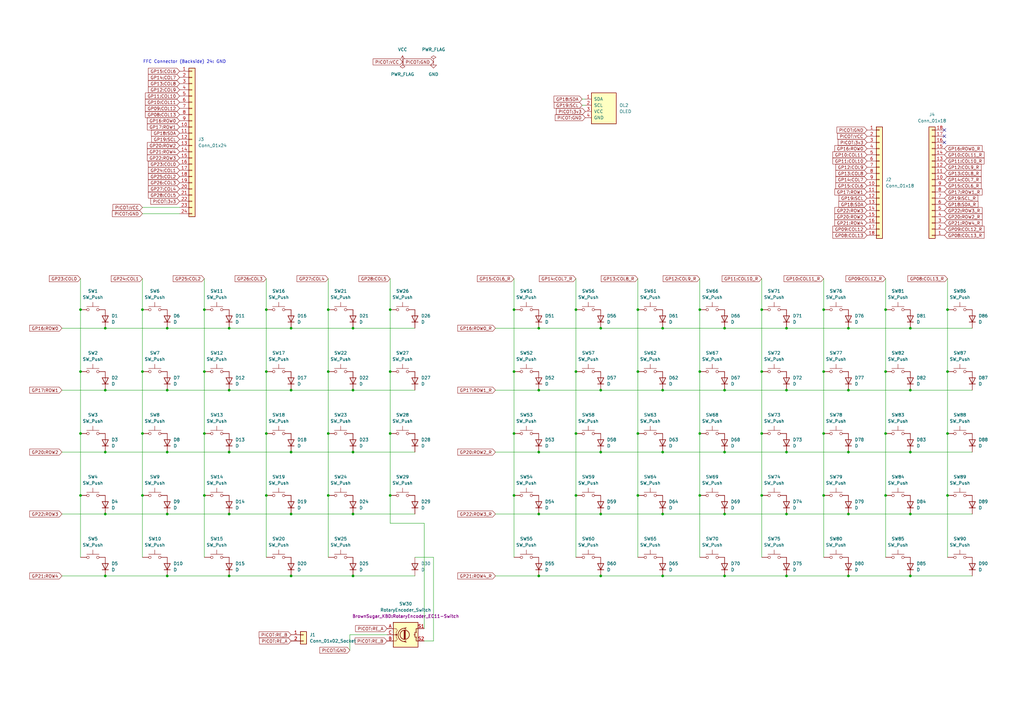
<source format=kicad_sch>
(kicad_sch (version 20250114) (generator "eeschema") (generator_version "9.0")
  (paper "A3")
  (text "FFC Connector (Backside) 24: GND" (at 75.692 25.4 0) (effects (font (size 1.27 1.27))))
  (junction (at 347.98 236.22))
  (junction (at 297.18 236.22))
  (junction (at 33.02 152.4))
  (junction (at 373.38 134.62))
  (junction (at 220.98 236.22))
  (junction (at 109.22 152.4))
  (junction (at 347.98 210.82))
  (junction (at 160.02 152.4))
  (junction (at 83.82 177.8))
  (junction (at 297.18 134.62))
  (junction (at 271.78 236.22))
  (junction (at 58.42 152.4))
  (junction (at 388.62 177.8))
  (junction (at 220.98 134.62))
  (junction (at 144.78 160.02))
  (junction (at 144.78 185.42))
  (junction (at 144.78 134.62))
  (junction (at 363.22 152.4))
  (junction (at 134.62 177.8))
  (junction (at 337.82 203.2))
  (junction (at 347.98 134.62))
  (junction (at 109.22 177.8))
  (junction (at 33.02 203.2))
  (junction (at 160.02 177.8))
  (junction (at 363.22 127))
  (junction (at 210.82 152.4))
  (junction (at 210.82 177.8))
  (junction (at 297.18 210.82))
  (junction (at 337.82 177.8))
  (junction (at 119.38 236.22))
  (junction (at 83.82 152.4))
  (junction (at 236.22 203.2))
  (junction (at 68.58 210.82))
  (junction (at 33.02 177.8))
  (junction (at 33.02 127))
  (junction (at 220.98 160.02))
  (junction (at 93.98 236.22))
  (junction (at 93.98 210.82))
  (junction (at 109.22 127))
  (junction (at 83.82 203.2))
  (junction (at 43.18 160.02))
  (junction (at 347.98 185.42))
  (junction (at 58.42 177.8))
  (junction (at 220.98 185.42))
  (junction (at 347.98 160.02))
  (junction (at 93.98 160.02))
  (junction (at 337.82 127))
  (junction (at 312.42 127))
  (junction (at 134.62 152.4))
  (junction (at 271.78 210.82))
  (junction (at 119.38 185.42))
  (junction (at 160.02 127))
  (junction (at 43.18 210.82))
  (junction (at 119.38 134.62))
  (junction (at 312.42 203.2))
  (junction (at 322.58 134.62))
  (junction (at 373.38 210.82))
  (junction (at 373.38 185.42))
  (junction (at 93.98 185.42))
  (junction (at 246.38 160.02))
  (junction (at 134.62 203.2))
  (junction (at 210.82 127))
  (junction (at 261.62 203.2))
  (junction (at 246.38 185.42))
  (junction (at 144.78 210.82))
  (junction (at 109.22 203.2))
  (junction (at 363.22 177.8))
  (junction (at 220.98 210.82))
  (junction (at 68.58 160.02))
  (junction (at 261.62 127))
  (junction (at 271.78 160.02))
  (junction (at 322.58 236.22))
  (junction (at 363.22 203.2))
  (junction (at 373.38 160.02))
  (junction (at 388.62 203.2))
  (junction (at 144.78 236.22))
  (junction (at 388.62 152.4))
  (junction (at 388.62 127))
  (junction (at 210.82 203.2))
  (junction (at 68.58 185.42))
  (junction (at 83.82 127))
  (junction (at 271.78 185.42))
  (junction (at 58.42 127))
  (junction (at 68.58 134.62))
  (junction (at 312.42 152.4))
  (junction (at 43.18 236.22))
  (junction (at 271.78 134.62))
  (junction (at 287.02 127))
  (junction (at 373.38 236.22))
  (junction (at 160.02 203.2))
  (junction (at 287.02 152.4))
  (junction (at 119.38 210.82))
  (junction (at 287.02 177.8))
  (junction (at 58.42 203.2))
  (junction (at 322.58 210.82))
  (junction (at 43.18 134.62))
  (junction (at 246.38 210.82))
  (junction (at 312.42 177.8))
  (junction (at 261.62 152.4))
  (junction (at 236.22 127))
  (junction (at 119.38 160.02))
  (junction (at 261.62 177.8))
  (junction (at 297.18 185.42))
  (junction (at 43.18 185.42))
  (junction (at 322.58 160.02))
  (junction (at 236.22 152.4))
  (junction (at 68.58 236.22))
  (junction (at 246.38 236.22))
  (junction (at 287.02 203.2))
  (junction (at 322.58 185.42))
  (junction (at 246.38 134.62))
  (junction (at 297.18 160.02))
  (junction (at 337.82 152.4))
  (junction (at 134.62 127))
  (junction (at 236.22 177.8))
  (junction (at 93.98 134.62))
  (no_connect (at 387.35 53.34))
  (no_connect (at 387.35 55.88))
  (no_connect (at 387.35 58.42))
  (wire (pts (xy 238.76 43.18) (xy 240.03 43.18)))
  (wire (pts (xy 246.38 210.82) (xy 271.78 210.82)))
  (wire (pts (xy 363.22 203.2) (xy 363.22 228.6)))
  (wire (pts (xy 271.78 160.02) (xy 297.18 160.02)))
  (wire (pts (xy 312.42 127) (xy 312.42 152.4)))
  (wire (pts (xy 119.38 236.22) (xy 144.78 236.22)))
  (wire (pts (xy 347.98 134.62) (xy 373.38 134.62)))
  (wire (pts (xy 210.82 152.4) (xy 210.82 177.8)))
  (wire (pts (xy 68.58 160.02) (xy 93.98 160.02)))
  (wire (pts (xy 220.98 236.22) (xy 246.38 236.22)))
  (wire (pts (xy 388.62 127) (xy 388.62 152.4)))
  (wire (pts (xy 119.38 210.82) (xy 144.78 210.82)))
  (wire (pts (xy 160.02 114.3) (xy 160.02 127)))
  (wire (pts (xy 33.02 177.8) (xy 33.02 203.2)))
  (wire (pts (xy 373.38 185.42) (xy 398.78 185.42)))
  (wire (pts (xy 297.18 134.62) (xy 322.58 134.62)))
  (wire (pts (xy 297.18 236.22) (xy 322.58 236.22)))
  (wire (pts (xy 203.2 236.22) (xy 220.98 236.22)))
  (wire (pts (xy 68.58 134.62) (xy 93.98 134.62)))
  (wire (pts (xy 287.02 177.8) (xy 287.02 203.2)))
  (wire (pts (xy 160.02 177.8) (xy 160.02 203.2)))
  (wire (pts (xy 347.98 210.82) (xy 373.38 210.82)))
  (wire (pts (xy 297.18 160.02) (xy 322.58 160.02)))
  (wire (pts (xy 58.42 114.3) (xy 58.42 127)))
  (wire (pts (xy 119.38 160.02) (xy 144.78 160.02)))
  (wire (pts (xy 322.58 236.22) (xy 347.98 236.22)))
  (wire (pts (xy 158.75 260.35) (xy 143.51 260.35)))
  (wire (pts (xy 83.82 177.8) (xy 83.82 203.2)))
  (wire (pts (xy 43.18 210.82) (xy 68.58 210.82)))
  (wire (pts (xy 322.58 185.42) (xy 347.98 185.42)))
  (wire (pts (xy 373.38 210.82) (xy 398.78 210.82)))
  (wire (pts (xy 134.62 177.8) (xy 134.62 203.2)))
  (wire (pts (xy 83.82 203.2) (xy 83.82 228.6)))
  (wire (pts (xy 297.18 210.82) (xy 322.58 210.82)))
  (wire (pts (xy 203.2 210.82) (xy 220.98 210.82)))
  (wire (pts (xy 58.42 85.09) (xy 73.66 85.09)))
  (wire (pts (xy 177.8 262.89) (xy 173.99 262.89)))
  (wire (pts (xy 363.22 177.8) (xy 363.22 203.2)))
  (wire (pts (xy 109.22 152.4) (xy 109.22 177.8)))
  (wire (pts (xy 83.82 114.3) (xy 83.82 127)))
  (wire (pts (xy 363.22 152.4) (xy 363.22 177.8)))
  (wire (pts (xy 287.02 114.3) (xy 287.02 127)))
  (wire (pts (xy 160.02 203.2) (xy 160.02 214.63)))
  (wire (pts (xy 312.42 114.3) (xy 312.42 127)))
  (wire (pts (xy 287.02 203.2) (xy 287.02 228.6)))
  (wire (pts (xy 236.22 152.4) (xy 236.22 177.8)))
  (wire (pts (xy 58.42 152.4) (xy 58.42 177.8)))
  (wire (pts (xy 173.99 257.81) (xy 173.99 214.63)))
  (wire (pts (xy 83.82 152.4) (xy 83.82 177.8)))
  (wire (pts (xy 119.38 185.42) (xy 144.78 185.42)))
  (wire (pts (xy 373.38 236.22) (xy 398.78 236.22)))
  (wire (pts (xy 33.02 114.3) (xy 33.02 127)))
  (wire (pts (xy 322.58 134.62) (xy 347.98 134.62)))
  (wire (pts (xy 337.82 114.3) (xy 337.82 127)))
  (wire (pts (xy 144.78 236.22) (xy 170.18 236.22)))
  (wire (pts (xy 337.82 127) (xy 337.82 152.4)))
  (wire (pts (xy 373.38 134.62) (xy 398.78 134.62)))
  (wire (pts (xy 322.58 160.02) (xy 347.98 160.02)))
  (wire (pts (xy 238.76 40.64) (xy 240.03 40.64)))
  (wire (pts (xy 373.38 160.02) (xy 398.78 160.02)))
  (wire (pts (xy 134.62 203.2) (xy 134.62 228.6)))
  (wire (pts (xy 93.98 210.82) (xy 119.38 210.82)))
  (wire (pts (xy 261.62 152.4) (xy 261.62 177.8)))
  (wire (pts (xy 203.2 185.42) (xy 220.98 185.42)))
  (wire (pts (xy 246.38 160.02) (xy 271.78 160.02)))
  (wire (pts (xy 33.02 152.4) (xy 33.02 177.8)))
  (wire (pts (xy 160.02 152.4) (xy 160.02 177.8)))
  (wire (pts (xy 109.22 114.3) (xy 109.22 127)))
  (wire (pts (xy 143.51 260.35) (xy 143.51 266.7)))
  (wire (pts (xy 312.42 203.2) (xy 312.42 228.6)))
  (wire (pts (xy 220.98 160.02) (xy 246.38 160.02)))
  (wire (pts (xy 337.82 177.8) (xy 337.82 203.2)))
  (wire (pts (xy 261.62 114.3) (xy 261.62 127)))
  (wire (pts (xy 25.4 134.62) (xy 43.18 134.62)))
  (wire (pts (xy 93.98 236.22) (xy 119.38 236.22)))
  (wire (pts (xy 33.02 127) (xy 33.02 152.4)))
  (wire (pts (xy 261.62 177.8) (xy 261.62 203.2)))
  (wire (pts (xy 144.78 134.62) (xy 170.18 134.62)))
  (wire (pts (xy 160.02 214.63) (xy 173.99 214.63)))
  (wire (pts (xy 363.22 127) (xy 363.22 152.4)))
  (wire (pts (xy 347.98 160.02) (xy 373.38 160.02)))
  (wire (pts (xy 388.62 152.4) (xy 388.62 177.8)))
  (wire (pts (xy 271.78 185.42) (xy 297.18 185.42)))
  (wire (pts (xy 68.58 185.42) (xy 93.98 185.42)))
  (wire (pts (xy 236.22 127) (xy 236.22 152.4)))
  (wire (pts (xy 58.42 203.2) (xy 58.42 228.6)))
  (wire (pts (xy 246.38 236.22) (xy 271.78 236.22)))
  (wire (pts (xy 170.18 228.6) (xy 177.8 228.6)))
  (wire (pts (xy 246.38 134.62) (xy 271.78 134.62)))
  (wire (pts (xy 337.82 152.4) (xy 337.82 177.8)))
  (wire (pts (xy 271.78 134.62) (xy 297.18 134.62)))
  (wire (pts (xy 43.18 236.22) (xy 68.58 236.22)))
  (wire (pts (xy 134.62 152.4) (xy 134.62 177.8)))
  (wire (pts (xy 109.22 177.8) (xy 109.22 203.2)))
  (wire (pts (xy 271.78 236.22) (xy 297.18 236.22)))
  (wire (pts (xy 203.2 160.02) (xy 220.98 160.02)))
  (wire (pts (xy 287.02 152.4) (xy 287.02 177.8)))
  (wire (pts (xy 388.62 177.8) (xy 388.62 203.2)))
  (wire (pts (xy 160.02 127) (xy 160.02 152.4)))
  (wire (pts (xy 312.42 177.8) (xy 312.42 203.2)))
  (wire (pts (xy 93.98 185.42) (xy 119.38 185.42)))
  (wire (pts (xy 246.38 185.42) (xy 271.78 185.42)))
  (wire (pts (xy 388.62 203.2) (xy 388.62 228.6)))
  (wire (pts (xy 220.98 185.42) (xy 246.38 185.42)))
  (wire (pts (xy 43.18 160.02) (xy 68.58 160.02)))
  (wire (pts (xy 58.42 87.63) (xy 73.66 87.63)))
  (wire (pts (xy 287.02 127) (xy 287.02 152.4)))
  (wire (pts (xy 388.62 114.3) (xy 388.62 127)))
  (wire (pts (xy 236.22 177.8) (xy 236.22 203.2)))
  (wire (pts (xy 83.82 127) (xy 83.82 152.4)))
  (wire (pts (xy 43.18 185.42) (xy 68.58 185.42)))
  (wire (pts (xy 297.18 185.42) (xy 322.58 185.42)))
  (wire (pts (xy 25.4 210.82) (xy 43.18 210.82)))
  (wire (pts (xy 68.58 210.82) (xy 93.98 210.82)))
  (wire (pts (xy 144.78 185.42) (xy 170.18 185.42)))
  (wire (pts (xy 210.82 203.2) (xy 210.82 228.6)))
  (wire (pts (xy 25.4 160.02) (xy 43.18 160.02)))
  (wire (pts (xy 25.4 236.22) (xy 43.18 236.22)))
  (wire (pts (xy 271.78 210.82) (xy 297.18 210.82)))
  (wire (pts (xy 203.2 134.62) (xy 220.98 134.62)))
  (wire (pts (xy 261.62 203.2) (xy 261.62 228.6)))
  (wire (pts (xy 25.4 185.42) (xy 43.18 185.42)))
  (wire (pts (xy 347.98 236.22) (xy 373.38 236.22)))
  (wire (pts (xy 43.18 134.62) (xy 68.58 134.62)))
  (wire (pts (xy 144.78 160.02) (xy 170.18 160.02)))
  (wire (pts (xy 109.22 127) (xy 109.22 152.4)))
  (wire (pts (xy 363.22 114.3) (xy 363.22 127)))
  (wire (pts (xy 93.98 160.02) (xy 119.38 160.02)))
  (wire (pts (xy 134.62 127) (xy 134.62 152.4)))
  (wire (pts (xy 261.62 127) (xy 261.62 152.4)))
  (wire (pts (xy 109.22 203.2) (xy 109.22 228.6)))
  (wire (pts (xy 33.02 203.2) (xy 33.02 228.6)))
  (wire (pts (xy 68.58 236.22) (xy 93.98 236.22)))
  (wire (pts (xy 220.98 210.82) (xy 246.38 210.82)))
  (wire (pts (xy 322.58 210.82) (xy 347.98 210.82)))
  (wire (pts (xy 144.78 210.82) (xy 170.18 210.82)))
  (wire (pts (xy 134.62 114.3) (xy 134.62 127)))
  (wire (pts (xy 177.8 228.6) (xy 177.8 262.89)))
  (wire (pts (xy 347.98 185.42) (xy 373.38 185.42)))
  (wire (pts (xy 58.42 127) (xy 58.42 152.4)))
  (wire (pts (xy 93.98 134.62) (xy 119.38 134.62)))
  (wire (pts (xy 236.22 114.3) (xy 236.22 127)))
  (wire (pts (xy 337.82 203.2) (xy 337.82 228.6)))
  (wire (pts (xy 210.82 114.3) (xy 210.82 127)))
  (wire (pts (xy 312.42 152.4) (xy 312.42 177.8)))
  (wire (pts (xy 236.22 203.2) (xy 236.22 228.6)))
  (wire (pts (xy 210.82 177.8) (xy 210.82 203.2)))
  (wire (pts (xy 210.82 127) (xy 210.82 152.4)))
  (wire (pts (xy 119.38 134.62) (xy 144.78 134.62)))
  (wire (pts (xy 58.42 177.8) (xy 58.42 203.2)))
  (wire (pts (xy 220.98 134.62) (xy 246.38 134.62)))
  (global_label "PICOT:VCC" (shape input) (at 165.1 25.4 180) (property "Intersheetrefs" "${INTERSHEET_REFS}" (effects (hide yes))))
  (global_label "GP17:ROW1_R" (shape input) (at 203.2 160.02 180) (property "Intersheetrefs" "${INTERSHEET_REFS}" (effects (hide yes))))
  (global_label "GP25:COL2" (shape input) (at 83.82 114.3 180) (property "Intersheetrefs" "${INTERSHEET_REFS}" (effects (hide yes))))
  (global_label "GP23:COL0" (shape input) (at 73.66 67.31 180) (property "Intersheetrefs" "${INTERSHEET_REFS}" (effects (hide yes))))
  (global_label "PICOT:GND" (shape input) (at 240.03 48.26 180) (property "Intersheetrefs" "${INTERSHEET_REFS}" (effects (hide yes))))
  (global_label "GP13:COL8_R" (shape input) (at 261.62 114.3 180) (property "Intersheetrefs" "${INTERSHEET_REFS}" (effects (hide yes))))
  (global_label "PICOT:RE_A" (shape input) (at 119.38 262.89 180) (property "Intersheetrefs" "${INTERSHEET_REFS}" (effects (hide yes))))
  (global_label "GP14:COL7_R" (shape input) (at 387.35 73.66 0) (property "Intersheetrefs" "${INTERSHEET_REFS}" (effects (hide yes))))
  (global_label "GP15:COL6_R" (shape input) (at 387.35 76.2 0) (property "Intersheetrefs" "${INTERSHEET_REFS}" (effects (hide yes))))
  (global_label "GP15:COL6_R" (shape input) (at 210.82 114.3 180) (property "Intersheetrefs" "${INTERSHEET_REFS}" (effects (hide yes))))
  (global_label "GP22:ROW3" (shape input) (at 355.6 86.36 180) (property "Intersheetrefs" "${INTERSHEET_REFS}" (effects (hide yes))))
  (global_label "GP16:ROW0_R" (shape input) (at 387.35 60.96 0) (property "Intersheetrefs" "${INTERSHEET_REFS}" (effects (hide yes))))
  (global_label "GP12:COL9_R" (shape input) (at 387.35 68.58 0) (property "Intersheetrefs" "${INTERSHEET_REFS}" (effects (hide yes))))
  (global_label "PICOT:RE_A" (shape input) (at 158.75 257.81 180) (property "Intersheetrefs" "${INTERSHEET_REFS}" (effects (hide yes))))
  (global_label "PICOT:GND" (shape input) (at 177.8 25.4 180) (property "Intersheetrefs" "${INTERSHEET_REFS}" (effects (hide yes))))
  (global_label "GP24:COL1" (shape input) (at 58.42 114.3 180) (property "Intersheetrefs" "${INTERSHEET_REFS}" (effects (hide yes))))
  (global_label "GP26:COL3" (shape input) (at 109.22 114.3 180) (property "Intersheetrefs" "${INTERSHEET_REFS}" (effects (hide yes))))
  (global_label "GP19:SCL" (shape input) (at 238.76 43.18 180) (property "Intersheetrefs" "${INTERSHEET_REFS}" (effects (hide yes))))
  (global_label "PICOT:VCC" (shape input) (at 355.6 55.88 180) (property "Intersheetrefs" "${INTERSHEET_REFS}" (effects (hide yes))))
  (global_label "GP18:SDA" (shape input) (at 73.66 54.61 180) (property "Intersheetrefs" "${INTERSHEET_REFS}" (effects (hide yes))))
  (global_label "PICOT:GND" (shape input) (at 58.42 87.63 180) (property "Intersheetrefs" "${INTERSHEET_REFS}" (effects (hide yes))))
  (global_label "PICOT:RE_B" (shape input) (at 158.75 262.89 180) (property "Intersheetrefs" "${INTERSHEET_REFS}" (effects (hide yes))))
  (global_label "GP14:COL7_R" (shape input) (at 236.22 114.3 180) (property "Intersheetrefs" "${INTERSHEET_REFS}" (effects (hide yes))))
  (global_label "GP13:COL8" (shape input) (at 355.6 71.12 180) (property "Intersheetrefs" "${INTERSHEET_REFS}" (effects (hide yes))))
  (global_label "GP21:ROW4" (shape input) (at 355.6 91.44 180) (property "Intersheetrefs" "${INTERSHEET_REFS}" (effects (hide yes))))
  (global_label "GP15:COL6" (shape input) (at 355.6 76.2 180) (property "Intersheetrefs" "${INTERSHEET_REFS}" (effects (hide yes))))
  (global_label "GP28:COL5" (shape input) (at 160.02 114.3 180) (property "Intersheetrefs" "${INTERSHEET_REFS}" (effects (hide yes))))
  (global_label "GP12:COL9" (shape input) (at 355.6 68.58 180) (property "Intersheetrefs" "${INTERSHEET_REFS}" (effects (hide yes))))
  (global_label "GP08:COL13" (shape input) (at 73.66 46.99 180) (property "Intersheetrefs" "${INTERSHEET_REFS}" (effects (hide yes))))
  (global_label "GP09:COL12" (shape input) (at 355.6 93.98 180) (property "Intersheetrefs" "${INTERSHEET_REFS}" (effects (hide yes))))
  (global_label "GP22:ROW3_R" (shape input) (at 203.2 210.82 180) (property "Intersheetrefs" "${INTERSHEET_REFS}" (effects (hide yes))))
  (global_label "GP19:SCL_R" (shape input) (at 387.35 81.28 0) (property "Intersheetrefs" "${INTERSHEET_REFS}" (effects (hide yes))))
  (global_label "GP10:COL11" (shape input) (at 73.66 41.91 180) (property "Intersheetrefs" "${INTERSHEET_REFS}" (effects (hide yes))))
  (global_label "GP21:ROW4_R" (shape input) (at 387.35 91.44 0) (property "Intersheetrefs" "${INTERSHEET_REFS}" (effects (hide yes))))
  (global_label "GP16:ROW0" (shape input) (at 73.66 49.53 180) (property "Intersheetrefs" "${INTERSHEET_REFS}" (effects (hide yes))))
  (global_label "GP14:COL7" (shape input) (at 355.6 73.66 180) (property "Intersheetrefs" "${INTERSHEET_REFS}" (effects (hide yes))))
  (global_label "GP13:COL8_R" (shape input) (at 387.35 71.12 0) (property "Intersheetrefs" "${INTERSHEET_REFS}" (effects (hide yes))))
  (global_label "GP18:SDA_R" (shape input) (at 387.35 83.82 0) (property "Intersheetrefs" "${INTERSHEET_REFS}" (effects (hide yes))))
  (global_label "PICOT:GND" (shape input) (at 355.6 53.34 180) (property "Intersheetrefs" "${INTERSHEET_REFS}" (effects (hide yes))))
  (global_label "PICOT:3v3" (shape input) (at 355.6 58.42 180) (property "Intersheetrefs" "${INTERSHEET_REFS}" (effects (hide yes))))
  (global_label "GP20:ROW2" (shape input) (at 355.6 88.9 180) (property "Intersheetrefs" "${INTERSHEET_REFS}" (effects (hide yes))))
  (global_label "GP22:ROW3" (shape input) (at 25.4 210.82 180) (property "Intersheetrefs" "${INTERSHEET_REFS}" (effects (hide yes))))
  (global_label "GP18:SDA" (shape input) (at 238.76 40.64 180) (property "Intersheetrefs" "${INTERSHEET_REFS}" (effects (hide yes))))
  (global_label "GP28:COL5" (shape input) (at 73.66 80.01 180) (property "Intersheetrefs" "${INTERSHEET_REFS}" (effects (hide yes))))
  (global_label "GP10:COL11_R" (shape input) (at 337.82 114.3 180) (property "Intersheetrefs" "${INTERSHEET_REFS}" (effects (hide yes))))
  (global_label "GP09:COL12_R" (shape input) (at 387.35 93.98 0) (property "Intersheetrefs" "${INTERSHEET_REFS}" (effects (hide yes))))
  (global_label "GP09:COL12" (shape input) (at 73.66 44.45 180) (property "Intersheetrefs" "${INTERSHEET_REFS}" (effects (hide yes))))
  (global_label "GP09:COL12_R" (shape input) (at 363.22 114.3 180) (property "Intersheetrefs" "${INTERSHEET_REFS}" (effects (hide yes))))
  (global_label "GP08:COL13_R" (shape input) (at 387.35 96.52 0) (property "Intersheetrefs" "${INTERSHEET_REFS}" (effects (hide yes))))
  (global_label "GP20:ROW2" (shape input) (at 25.4 185.42 180) (property "Intersheetrefs" "${INTERSHEET_REFS}" (effects (hide yes))))
  (global_label "GP17:ROW1" (shape input) (at 73.66 52.07 180) (property "Intersheetrefs" "${INTERSHEET_REFS}" (effects (hide yes))))
  (global_label "GP20:ROW2" (shape input) (at 73.66 59.69 180) (property "Intersheetrefs" "${INTERSHEET_REFS}" (effects (hide yes))))
  (global_label "GP26:COL3" (shape input) (at 73.66 74.93 180) (property "Intersheetrefs" "${INTERSHEET_REFS}" (effects (hide yes))))
  (global_label "GP08:COL13" (shape input) (at 355.6 96.52 180) (property "Intersheetrefs" "${INTERSHEET_REFS}" (effects (hide yes))))
  (global_label "GP22:ROW3_R" (shape input) (at 387.35 86.36 0) (property "Intersheetrefs" "${INTERSHEET_REFS}" (effects (hide yes))))
  (global_label "GP17:ROW1" (shape input) (at 355.6 78.74 180) (property "Intersheetrefs" "${INTERSHEET_REFS}" (effects (hide yes))))
  (global_label "GP11:COL10" (shape input) (at 355.6 66.04 180) (property "Intersheetrefs" "${INTERSHEET_REFS}" (effects (hide yes))))
  (global_label "PICOT:3v3" (shape input) (at 240.03 45.72 180) (property "Intersheetrefs" "${INTERSHEET_REFS}" (effects (hide yes))))
  (global_label "GP21:ROW4_R" (shape input) (at 203.2 236.22 180) (property "Intersheetrefs" "${INTERSHEET_REFS}" (effects (hide yes))))
  (global_label "GP18:SDA" (shape input) (at 355.6 83.82 180) (property "Intersheetrefs" "${INTERSHEET_REFS}" (effects (hide yes))))
  (global_label "GP19:SCL" (shape input) (at 73.66 57.15 180) (property "Intersheetrefs" "${INTERSHEET_REFS}" (effects (hide yes))))
  (global_label "PICOT:3v3" (shape input) (at 73.66 82.55 180) (property "Intersheetrefs" "${INTERSHEET_REFS}" (effects (hide yes))))
  (global_label "PICOT:VCC" (shape input) (at 58.42 85.09 180) (property "Intersheetrefs" "${INTERSHEET_REFS}" (effects (hide yes))))
  (global_label "GP16:ROW0_R" (shape input) (at 203.2 134.62 180) (property "Intersheetrefs" "${INTERSHEET_REFS}" (effects (hide yes))))
  (global_label "GP13:COL8" (shape input) (at 73.66 34.29 180) (property "Intersheetrefs" "${INTERSHEET_REFS}" (effects (hide yes))))
  (global_label "GP16:ROW0" (shape input) (at 25.4 134.62 180) (property "Intersheetrefs" "${INTERSHEET_REFS}" (effects (hide yes))))
  (global_label "GP12:COL9" (shape input) (at 73.66 36.83 180) (property "Intersheetrefs" "${INTERSHEET_REFS}" (effects (hide yes))))
  (global_label "PICOT:GND" (shape input) (at 143.51 266.7 180) (property "Intersheetrefs" "${INTERSHEET_REFS}" (effects (hide yes))))
  (global_label "GP20:ROW2_R" (shape input) (at 203.2 185.42 180) (property "Intersheetrefs" "${INTERSHEET_REFS}" (effects (hide yes))))
  (global_label "GP14:COL7" (shape input) (at 73.66 31.75 180) (property "Intersheetrefs" "${INTERSHEET_REFS}" (effects (hide yes))))
  (global_label "GP25:COL2" (shape input) (at 73.66 72.39 180) (property "Intersheetrefs" "${INTERSHEET_REFS}" (effects (hide yes))))
  (global_label "GP23:COL0" (shape input) (at 33.02 114.3 180) (property "Intersheetrefs" "${INTERSHEET_REFS}" (effects (hide yes))))
  (global_label "GP15:COL6" (shape input) (at 73.66 29.21 180) (property "Intersheetrefs" "${INTERSHEET_REFS}" (effects (hide yes))))
  (global_label "GP21:ROW4" (shape input) (at 73.66 62.23 180) (property "Intersheetrefs" "${INTERSHEET_REFS}" (effects (hide yes))))
  (global_label "GP17:ROW1_R" (shape input) (at 387.35 78.74 0) (property "Intersheetrefs" "${INTERSHEET_REFS}" (effects (hide yes))))
  (global_label "GP24:COL1" (shape input) (at 73.66 69.85 180) (property "Intersheetrefs" "${INTERSHEET_REFS}" (effects (hide yes))))
  (global_label "PICOT:RE_B" (shape input) (at 119.38 260.35 180) (property "Intersheetrefs" "${INTERSHEET_REFS}" (effects (hide yes))))
  (global_label "GP12:COL9_R" (shape input) (at 287.02 114.3 180) (property "Intersheetrefs" "${INTERSHEET_REFS}" (effects (hide yes))))
  (global_label "GP27:COL4" (shape input) (at 134.62 114.3 180) (property "Intersheetrefs" "${INTERSHEET_REFS}" (effects (hide yes))))
  (global_label "GP11:COL10" (shape input) (at 73.66 39.37 180) (property "Intersheetrefs" "${INTERSHEET_REFS}" (effects (hide yes))))
  (global_label "GP20:ROW2_R" (shape input) (at 387.35 88.9 0) (property "Intersheetrefs" "${INTERSHEET_REFS}" (effects (hide yes))))
  (global_label "GP22:ROW3" (shape input) (at 73.66 64.77 180) (property "Intersheetrefs" "${INTERSHEET_REFS}" (effects (hide yes))))
  (global_label "GP11:COL10_R" (shape input) (at 312.42 114.3 180) (property "Intersheetrefs" "${INTERSHEET_REFS}" (effects (hide yes))))
  (global_label "GP17:ROW1" (shape input) (at 25.4 160.02 180) (property "Intersheetrefs" "${INTERSHEET_REFS}" (effects (hide yes))))
  (global_label "GP10:COL11_R" (shape input) (at 387.35 63.5 0) (property "Intersheetrefs" "${INTERSHEET_REFS}" (effects (hide yes))))
  (global_label "GP16:ROW0" (shape input) (at 355.6 60.96 180) (property "Intersheetrefs" "${INTERSHEET_REFS}" (effects (hide yes))))
  (global_label "GP10:COL11" (shape input) (at 355.6 63.5 180) (property "Intersheetrefs" "${INTERSHEET_REFS}" (effects (hide yes))))
  (global_label "GP21:ROW4" (shape input) (at 25.4 236.22 180) (property "Intersheetrefs" "${INTERSHEET_REFS}" (effects (hide yes))))
  (global_label "GP27:COL4" (shape input) (at 73.66 77.47 180) (property "Intersheetrefs" "${INTERSHEET_REFS}" (effects (hide yes))))
  (global_label "GP19:SCL" (shape input) (at 355.6 81.28 180) (property "Intersheetrefs" "${INTERSHEET_REFS}" (effects (hide yes))))
  (global_label "GP11:COL10_R" (shape input) (at 387.35 66.04 0) (property "Intersheetrefs" "${INTERSHEET_REFS}" (effects (hide yes))))
  (global_label "GP08:COL13_R" (shape input) (at 388.62 114.3 180) (property "Intersheetrefs" "${INTERSHEET_REFS}" (effects (hide yes))))
  (symbol (lib_id "Switch:SW_Push") (at 317.5 152.4 0) (mirror y) (unit 1)
    (property "Reference" "SW72" (at 317.5 144.78 0))
    (property "Value" "SW_Push" (at 317.5 147.32 0))
    (property "Footprint" "Rikkodo_FootPrint:rkd_Asm_ChocV1V2_Hotswap_1u" (effects (hide yes)))
    (property "Description" "Push button switch, generic, two pins" (effects (hide yes)))
  )
  (symbol (lib_id "Switch:SW_Push") (at 317.5 203.2 0) (mirror y) (unit 1)
    (property "Reference" "SW74" (at 317.5 195.58 0))
    (property "Value" "SW_Push" (at 317.5 198.12 0))
    (property "Footprint" "Rikkodo_FootPrint:rkd_Asm_ChocV1V2_Hotswap_1u" (effects (hide yes)))
    (property "Description" "Push button switch, generic, two pins" (effects (hide yes)))
  )
  (symbol (lib_id "Switch:SW_Push") (at 215.9 203.2 0) (mirror y) (unit 1)
    (property "Reference" "SW54" (at 215.9 195.58 0))
    (property "Value" "SW_Push" (at 215.9 198.12 0))
    (property "Footprint" "Rikkodo_FootPrint:rkd_Asm_ChocV1V2_Hotswap_1u" (effects (hide yes)))
    (property "Description" "Push button switch, generic, two pins" (effects (hide yes)))
  )
  (symbol (lib_id "Device:D") (at 119.38 207.01 90) (unit 1)
    (property "Reference" "D19" (at 121.92 205.7399 90) (effects (justify right)))
    (property "Value" "D" (at 121.92 208.2799 90) (effects (justify right)))
    (property "Footprint" "kbd_Parts:Diode_SMD" (effects (hide yes)))
    (property "Description" "Diode" (effects (hide yes)))
    (property "Sim.Device" "D" (effects (hide yes)))
    (property "Sim.Pins" "1=K 2=A" (effects (hide yes)))
  )
  (symbol (lib_id "Switch:SW_Push") (at 292.1 177.8 0) (mirror y) (unit 1)
    (property "Reference" "SW68" (at 292.1 170.18 0))
    (property "Value" "SW_Push" (at 292.1 172.72 0))
    (property "Footprint" "Rikkodo_FootPrint:rkd_Asm_ChocV1V2_Hotswap_1u" (effects (hide yes)))
    (property "Description" "Push button switch, generic, two pins" (effects (hide yes)))
  )
  (symbol (lib_id "Device:D") (at 271.78 181.61 90) (unit 1)
    (property "Reference" "D63" (at 274.32 180.3399 90) (effects (justify right)))
    (property "Value" "D" (at 274.32 182.8799 90) (effects (justify right)))
    (property "Footprint" "kbd_Parts:Diode_SMD" (effects (hide yes)))
    (property "Description" "Diode" (effects (hide yes)))
    (property "Sim.Device" "D" (effects (hide yes)))
    (property "Sim.Pins" "1=K 2=A" (effects (hide yes)))
  )
  (symbol (lib_id "Device:D") (at 43.18 181.61 90) (unit 1)
    (property "Reference" "D3" (at 45.72 180.3399 90) (effects (justify right)))
    (property "Value" "D" (at 45.72 182.8799 90) (effects (justify right)))
    (property "Footprint" "kbd_Parts:Diode_SMD" (effects (hide yes)))
    (property "Description" "Diode" (effects (hide yes)))
    (property "Sim.Device" "D" (effects (hide yes)))
    (property "Sim.Pins" "1=K 2=A" (effects (hide yes)))
  )
  (symbol (lib_id "Device:D") (at 119.38 156.21 90) (unit 1)
    (property "Reference" "D17" (at 121.92 154.9399 90) (effects (justify right)))
    (property "Value" "D" (at 121.92 157.4799 90) (effects (justify right)))
    (property "Footprint" "kbd_Parts:Diode_SMD" (effects (hide yes)))
    (property "Description" "Diode" (effects (hide yes)))
    (property "Sim.Device" "D" (effects (hide yes)))
    (property "Sim.Pins" "1=K 2=A" (effects (hide yes)))
  )
  (symbol (lib_id "Switch:SW_Push") (at 165.1 152.4 0) (mirror y) (unit 1)
    (property "Reference" "SW27" (at 165.1 144.78 0))
    (property "Value" "SW_Push" (at 165.1 147.32 0))
    (property "Footprint" "Rikkodo_FootPrint:rkd_Asm_ChocV1V2_Hotswap_1u" (effects (hide yes)))
    (property "Description" "Push button switch, generic, two pins" (effects (hide yes)))
  )
  (symbol (lib_id "Switch:SW_Push") (at 38.1 228.6 0) (mirror y) (unit 1)
    (property "Reference" "SW5" (at 38.1 220.98 0))
    (property "Value" "SW_Push" (at 38.1 223.52 0))
    (property "Footprint" "Rikkodo_FootPrint:rkd_Asm_ChocV1V2_Hotswap_1u" (effects (hide yes)))
    (property "Description" "Push button switch, generic, two pins" (effects (hide yes)))
  )
  (symbol (lib_id "Switch:SW_Push") (at 342.9 228.6 0) (mirror y) (unit 1)
    (property "Reference" "SW80" (at 342.9 220.98 0))
    (property "Value" "SW_Push" (at 342.9 223.52 0))
    (property "Footprint" "Rikkodo_FootPrint:rkd_Asm_ChocV1V2_Hotswap_1u" (effects (hide yes)))
    (property "Description" "Push button switch, generic, two pins" (effects (hide yes)))
  )
  (symbol (lib_id "Device:D") (at 347.98 232.41 90) (unit 1)
    (property "Reference" "D80" (at 350.52 231.1399 90) (effects (justify right)))
    (property "Value" "D" (at 350.52 233.6799 90) (effects (justify right)))
    (property "Footprint" "kbd_Parts:Diode_SMD" (effects (hide yes)))
    (property "Description" "Diode" (effects (hide yes)))
    (property "Sim.Device" "D" (effects (hide yes)))
    (property "Sim.Pins" "1=K 2=A" (effects (hide yes)))
  )
  (symbol (lib_id "Switch:SW_Push") (at 114.3 177.8 0) (mirror y) (unit 1)
    (property "Reference" "SW18" (at 114.3 170.18 0))
    (property "Value" "SW_Push" (at 114.3 172.72 0))
    (property "Footprint" "Rikkodo_FootPrint:rkd_Asm_ChocV1V2_Hotswap_1u" (effects (hide yes)))
    (property "Description" "Push button switch, generic, two pins" (effects (hide yes)))
  )
  (symbol (lib_id "Device:D") (at 144.78 207.01 90) (unit 1)
    (property "Reference" "D24" (at 147.32 205.7399 90) (effects (justify right)))
    (property "Value" "D" (at 147.32 208.2799 90) (effects (justify right)))
    (property "Footprint" "kbd_Parts:Diode_SMD" (effects (hide yes)))
    (property "Description" "Diode" (effects (hide yes)))
    (property "Sim.Device" "D" (effects (hide yes)))
    (property "Sim.Pins" "1=K 2=A" (effects (hide yes)))
  )
  (symbol (lib_id "Device:D") (at 271.78 232.41 90) (unit 1)
    (property "Reference" "D65" (at 274.32 231.1399 90) (effects (justify right)))
    (property "Value" "D" (at 274.32 233.6799 90) (effects (justify right)))
    (property "Footprint" "kbd_Parts:Diode_SMD" (effects (hide yes)))
    (property "Description" "Diode" (effects (hide yes)))
    (property "Sim.Device" "D" (effects (hide yes)))
    (property "Sim.Pins" "1=K 2=A" (effects (hide yes)))
  )
  (symbol (lib_id "Connector_Generic:Conn_01x18") (at 360.68 73.66 0) (unit 1)
    (property "Reference" "J2" (at 363.22 73.6599 0) (effects (justify left)))
    (property "Value" "Conn_01x18" (at 363.22 76.1999 0) (effects (justify left)))
    (property "Footprint" "Connector_FFC-FPC:Hirose_FH12-18S-0.5SH_1x18-1MP_P0.50mm_Horizontal" (effects (hide yes)))
    (property "Description" "Generic connector, single row, 01x18, script generated (kicad-library-utils/schlib/autogen/connector/)" (effects (hide yes)))
  )
  (symbol (lib_id "Device:D") (at 170.18 156.21 90) (unit 1)
    (property "Reference" "D27" (at 172.72 154.9399 90) (effects (justify right)))
    (property "Value" "D" (at 172.72 157.4799 90) (effects (justify right)))
    (property "Footprint" "kbd_Parts:Diode_SMD" (effects (hide yes)))
    (property "Description" "Diode" (effects (hide yes)))
    (property "Sim.Device" "D" (effects (hide yes)))
    (property "Sim.Pins" "1=K 2=A" (effects (hide yes)))
  )
  (symbol (lib_id "Switch:SW_Push") (at 63.5 152.4 0) (mirror y) (unit 1)
    (property "Reference" "SW7" (at 63.5 144.78 0))
    (property "Value" "SW_Push" (at 63.5 147.32 0))
    (property "Footprint" "Rikkodo_FootPrint:rkd_Asm_ChocV1V2_Hotswap_1u" (effects (hide yes)))
    (property "Description" "Push button switch, generic, two pins" (effects (hide yes)))
  )
  (symbol (lib_id "Switch:SW_Push") (at 114.3 152.4 0) (mirror y) (unit 1)
    (property "Reference" "SW17" (at 114.3 144.78 0))
    (property "Value" "SW_Push" (at 114.3 147.32 0))
    (property "Footprint" "Rikkodo_FootPrint:rkd_Asm_ChocV1V2_Hotswap_1u" (effects (hide yes)))
    (property "Description" "Push button switch, generic, two pins" (effects (hide yes)))
  )
  (symbol (lib_id "Switch:SW_Push") (at 393.7 127 0) (mirror y) (unit 1)
    (property "Reference" "SW86" (at 393.7 119.38 0))
    (property "Value" "SW_Push" (at 393.7 121.92 0))
    (property "Footprint" "Rikkodo_FootPrint:rkd_Asm_ChocV2_Hotswap_2uW" (effects (hide yes)))
    (property "Description" "Push button switch, generic, two pins" (effects (hide yes)))
  )
  (symbol (lib_id "Switch:SW_Push") (at 215.9 177.8 0) (mirror y) (unit 1)
    (property "Reference" "SW53" (at 215.9 170.18 0))
    (property "Value" "SW_Push" (at 215.9 172.72 0))
    (property "Footprint" "Rikkodo_FootPrint:rkd_Asm_ChocV1V2_Hotswap_1u" (effects (hide yes)))
    (property "Description" "Push button switch, generic, two pins" (effects (hide yes)))
  )
  (symbol (lib_id "Device:D") (at 220.98 232.41 90) (unit 1)
    (property "Reference" "D55" (at 223.52 231.1399 90) (effects (justify right)))
    (property "Value" "D" (at 223.52 233.6799 90) (effects (justify right)))
    (property "Footprint" "kbd_Parts:Diode_SMD" (effects (hide yes)))
    (property "Description" "Diode" (effects (hide yes)))
    (property "Sim.Device" "D" (effects (hide yes)))
    (property "Sim.Pins" "1=K 2=A" (effects (hide yes)))
  )
  (symbol (lib_id "Switch:SW_Push") (at 165.1 177.8 0) (mirror y) (unit 1)
    (property "Reference" "SW28" (at 165.1 170.18 0))
    (property "Value" "SW_Push" (at 165.1 172.72 0))
    (property "Footprint" "Rikkodo_FootPrint:rkd_Asm_ChocV1V2_Hotswap_1u" (effects (hide yes)))
    (property "Description" "Push button switch, generic, two pins" (effects (hide yes)))
  )
  (symbol (lib_id "Switch:SW_Push") (at 63.5 228.6 0) (mirror y) (unit 1)
    (property "Reference" "SW10" (at 63.5 220.98 0))
    (property "Value" "SW_Push" (at 63.5 223.52 0))
    (property "Footprint" "Rikkodo_FootPrint:rkd_Asm_ChocV1V2_Hotswap_1u" (effects (hide yes)))
    (property "Description" "Push button switch, generic, two pins" (effects (hide yes)))
  )
  (symbol (lib_id "BrownSugar_KBD:OLED") (at 247.65 44.45 0) (unit 1)
    (property "Reference" "OL2" (at 254 43.1799 0) (effects (justify left)))
    (property "Value" "OLED" (at 254 45.7199 0) (effects (justify left)))
    (property "Footprint" "BrownSugar_KBD:OLED_center_display" (effects (hide yes)))
  )
  (symbol (lib_id "Switch:SW_Push") (at 114.3 127 0) (mirror y) (unit 1)
    (property "Reference" "SW16" (at 114.3 119.38 0))
    (property "Value" "SW_Push" (at 114.3 121.92 0))
    (property "Footprint" "Rikkodo_FootPrint:rkd_Asm_ChocV1V2_Hotswap_1u" (effects (hide yes)))
    (property "Description" "Push button switch, generic, two pins" (effects (hide yes)))
  )
  (symbol (lib_id "Switch:SW_Push") (at 139.7 177.8 0) (mirror y) (unit 1)
    (property "Reference" "SW23" (at 139.7 170.18 0))
    (property "Value" "SW_Push" (at 139.7 172.72 0))
    (property "Footprint" "Rikkodo_FootPrint:rkd_Asm_ChocV1V2_Hotswap_1u" (effects (hide yes)))
    (property "Description" "Push button switch, generic, two pins" (effects (hide yes)))
  )
  (symbol (lib_id "Device:D") (at 119.38 232.41 90) (unit 1)
    (property "Reference" "D20" (at 121.92 231.1399 90) (effects (justify right)))
    (property "Value" "D" (at 121.92 233.6799 90) (effects (justify right)))
    (property "Footprint" "kbd_Parts:Diode_SMD" (effects (hide yes)))
    (property "Description" "Diode" (effects (hide yes)))
    (property "Sim.Device" "D" (effects (hide yes)))
    (property "Sim.Pins" "1=K 2=A" (effects (hide yes)))
  )
  (symbol (lib_id "Device:D") (at 322.58 232.41 90) (unit 1)
    (property "Reference" "D75" (at 325.12 231.1399 90) (effects (justify right)))
    (property "Value" "D" (at 325.12 233.6799 90) (effects (justify right)))
    (property "Footprint" "kbd_Parts:Diode_SMD" (effects (hide yes)))
    (property "Description" "Diode" (effects (hide yes)))
    (property "Sim.Device" "D" (effects (hide yes)))
    (property "Sim.Pins" "1=K 2=A" (effects (hide yes)))
  )
  (symbol (lib_id "Device:D") (at 68.58 156.21 90) (unit 1)
    (property "Reference" "D7" (at 71.12 154.9399 90) (effects (justify right)))
    (property "Value" "D" (at 71.12 157.4799 90) (effects (justify right)))
    (property "Footprint" "kbd_Parts:Diode_SMD" (effects (hide yes)))
    (property "Description" "Diode" (effects (hide yes)))
    (property "Sim.Device" "D" (effects (hide yes)))
    (property "Sim.Pins" "1=K 2=A" (effects (hide yes)))
  )
  (symbol (lib_id "Switch:SW_Push") (at 139.7 152.4 0) (mirror y) (unit 1)
    (property "Reference" "SW22" (at 139.7 144.78 0))
    (property "Value" "SW_Push" (at 139.7 147.32 0))
    (property "Footprint" "Rikkodo_FootPrint:rkd_Asm_ChocV1V2_Hotswap_1u" (effects (hide yes)))
    (property "Description" "Push button switch, generic, two pins" (effects (hide yes)))
  )
  (symbol (lib_id "Device:D") (at 144.78 156.21 90) (unit 1)
    (property "Reference" "D22" (at 147.32 154.9399 90) (effects (justify right)))
    (property "Value" "D" (at 147.32 157.4799 90) (effects (justify right)))
    (property "Footprint" "kbd_Parts:Diode_SMD" (effects (hide yes)))
    (property "Description" "Diode" (effects (hide yes)))
    (property "Sim.Device" "D" (effects (hide yes)))
    (property "Sim.Pins" "1=K 2=A" (effects (hide yes)))
  )
  (symbol (lib_id "Switch:SW_Push") (at 139.7 203.2 0) (mirror y) (unit 1)
    (property "Reference" "SW24" (at 139.7 195.58 0))
    (property "Value" "SW_Push" (at 139.7 198.12 0))
    (property "Footprint" "Rikkodo_FootPrint:rkd_Asm_ChocV1V2_Hotswap_1u" (effects (hide yes)))
    (property "Description" "Push button switch, generic, two pins" (effects (hide yes)))
  )
  (symbol (lib_id "Switch:SW_Push") (at 88.9 127 0) (mirror y) (unit 1)
    (property "Reference" "SW11" (at 88.9 119.38 0))
    (property "Value" "SW_Push" (at 88.9 121.92 0))
    (property "Footprint" "Rikkodo_FootPrint:rkd_Asm_ChocV1V2_Hotswap_1u" (effects (hide yes)))
    (property "Description" "Push button switch, generic, two pins" (effects (hide yes)))
  )
  (symbol (lib_id "Device:D") (at 93.98 207.01 90) (unit 1)
    (property "Reference" "D14" (at 96.52 205.7399 90) (effects (justify right)))
    (property "Value" "D" (at 96.52 208.2799 90) (effects (justify right)))
    (property "Footprint" "kbd_Parts:Diode_SMD" (effects (hide yes)))
    (property "Description" "Diode" (effects (hide yes)))
    (property "Sim.Device" "D" (effects (hide yes)))
    (property "Sim.Pins" "1=K 2=A" (effects (hide yes)))
  )
  (symbol (lib_id "Switch:SW_Push") (at 241.3 228.6 0) (mirror y) (unit 1)
    (property "Reference" "SW60" (at 241.3 220.98 0))
    (property "Value" "SW_Push" (at 241.3 223.52 0))
    (property "Footprint" "Rikkodo_FootPrint:rkd_Asm_ChocV1V2_Hotswap_1u" (effects (hide yes)))
    (property "Description" "Push button switch, generic, two pins" (effects (hide yes)))
  )
  (symbol (lib_id "Switch:SW_Push") (at 342.9 127 0) (mirror y) (unit 1)
    (property "Reference" "SW76" (at 342.9 119.38 0))
    (property "Value" "SW_Push" (at 342.9 121.92 0))
    (property "Footprint" "Rikkodo_FootPrint:rkd_Asm_ChocV1V2_Hotswap_1u" (effects (hide yes)))
    (property "Description" "Push button switch, generic, two pins" (effects (hide yes)))
  )
  (symbol (lib_id "Switch:SW_Push") (at 88.9 152.4 0) (mirror y) (unit 1)
    (property "Reference" "SW12" (at 88.9 144.78 0))
    (property "Value" "SW_Push" (at 88.9 147.32 0))
    (property "Footprint" "Rikkodo_FootPrint:rkd_Asm_ChocV1V2_Hotswap_1u" (effects (hide yes)))
    (property "Description" "Push button switch, generic, two pins" (effects (hide yes)))
  )
  (symbol (lib_id "Device:D") (at 93.98 130.81 90) (unit 1)
    (property "Reference" "D11" (at 96.52 129.5399 90) (effects (justify right)))
    (property "Value" "D" (at 96.52 132.0799 90) (effects (justify right)))
    (property "Footprint" "kbd_Parts:Diode_SMD" (effects (hide yes)))
    (property "Description" "Diode" (effects (hide yes)))
    (property "Sim.Device" "D" (effects (hide yes)))
    (property "Sim.Pins" "1=K 2=A" (effects (hide yes)))
  )
  (symbol (lib_id "Switch:SW_Push") (at 38.1 152.4 0) (mirror y) (unit 1)
    (property "Reference" "SW2" (at 38.1 144.78 0))
    (property "Value" "SW_Push" (at 38.1 147.32 0))
    (property "Footprint" "Rikkodo_FootPrint:rkd_Asm_ChocV1V2_Hotswap_1u" (effects (hide yes)))
    (property "Description" "Push button switch, generic, two pins" (effects (hide yes)))
  )
  (symbol (lib_id "Device:D") (at 271.78 130.81 90) (unit 1)
    (property "Reference" "D61" (at 274.32 129.5399 90) (effects (justify right)))
    (property "Value" "D" (at 274.32 132.0799 90) (effects (justify right)))
    (property "Footprint" "kbd_Parts:Diode_SMD" (effects (hide yes)))
    (property "Description" "Diode" (effects (hide yes)))
    (property "Sim.Device" "D" (effects (hide yes)))
    (property "Sim.Pins" "1=K 2=A" (effects (hide yes)))
  )
  (symbol (lib_id "Switch:SW_Push") (at 241.3 203.2 0) (mirror y) (unit 1)
    (property "Reference" "SW59" (at 241.3 195.58 0))
    (property "Value" "SW_Push" (at 241.3 198.12 0))
    (property "Footprint" "Rikkodo_FootPrint:rkd_Asm_ChocV1V2_Hotswap_1u" (effects (hide yes)))
    (property "Description" "Push button switch, generic, two pins" (effects (hide yes)))
  )
  (symbol (lib_id "Switch:SW_Push") (at 317.5 177.8 0) (mirror y) (unit 1)
    (property "Reference" "SW73" (at 317.5 170.18 0))
    (property "Value" "SW_Push" (at 317.5 172.72 0))
    (property "Footprint" "Rikkodo_FootPrint:rkd_Asm_ChocV1V2_Hotswap_1u" (effects (hide yes)))
    (property "Description" "Push button switch, generic, two pins" (effects (hide yes)))
  )
  (symbol (lib_id "Device:D") (at 43.18 232.41 90) (unit 1)
    (property "Reference" "D5" (at 45.72 231.1399 90) (effects (justify right)))
    (property "Value" "D" (at 45.72 233.6799 90) (effects (justify right)))
    (property "Footprint" "kbd_Parts:Diode_SMD" (effects (hide yes)))
    (property "Description" "Diode" (effects (hide yes)))
    (property "Sim.Device" "D" (effects (hide yes)))
    (property "Sim.Pins" "1=K 2=A" (effects (hide yes)))
  )
  (symbol (lib_id "Device:D") (at 246.38 130.81 90) (unit 1)
    (property "Reference" "D56" (at 248.92 129.5399 90) (effects (justify right)))
    (property "Value" "D" (at 248.92 132.0799 90) (effects (justify right)))
    (property "Footprint" "kbd_Parts:Diode_SMD" (effects (hide yes)))
    (property "Description" "Diode" (effects (hide yes)))
    (property "Sim.Device" "D" (effects (hide yes)))
    (property "Sim.Pins" "1=K 2=A" (effects (hide yes)))
  )
  (symbol (lib_id "power:VCC") (at 165.1 25.4 0) (unit 1)
    (property "Reference" "#PWR04" (effects (hide yes)))
    (property "Value" "VCC" (at 165.1 20.32 0))
    (property "Description" "Power symbol creates a global label with name \"VCC\"" (effects (hide yes)))
  )
  (symbol (lib_id "Device:D") (at 220.98 156.21 90) (unit 1)
    (property "Reference" "D52" (at 223.52 154.9399 90) (effects (justify right)))
    (property "Value" "D" (at 223.52 157.4799 90) (effects (justify right)))
    (property "Footprint" "kbd_Parts:Diode_SMD" (effects (hide yes)))
    (property "Description" "Diode" (effects (hide yes)))
    (property "Sim.Device" "D" (effects (hide yes)))
    (property "Sim.Pins" "1=K 2=A" (effects (hide yes)))
  )
  (symbol (lib_id "Device:D") (at 373.38 156.21 90) (unit 1)
    (property "Reference" "D82" (at 375.92 154.9399 90) (effects (justify right)))
    (property "Value" "D" (at 375.92 157.4799 90) (effects (justify right)))
    (property "Footprint" "kbd_Parts:Diode_SMD" (effects (hide yes)))
    (property "Description" "Diode" (effects (hide yes)))
    (property "Sim.Device" "D" (effects (hide yes)))
    (property "Sim.Pins" "1=K 2=A" (effects (hide yes)))
  )
  (symbol (lib_id "Switch:SW_Push") (at 368.3 127 0) (mirror y) (unit 1)
    (property "Reference" "SW81" (at 368.3 119.38 0))
    (property "Value" "SW_Push" (at 368.3 121.92 0))
    (property "Footprint" "Rikkodo_FootPrint:rkd_Asm_ChocV1V2_Hotswap_1u" (effects (hide yes)))
    (property "Description" "Push button switch, generic, two pins" (effects (hide yes)))
  )
  (symbol (lib_id "Device:D") (at 246.38 156.21 90) (unit 1)
    (property "Reference" "D57" (at 248.92 154.9399 90) (effects (justify right)))
    (property "Value" "D" (at 248.92 157.4799 90) (effects (justify right)))
    (property "Footprint" "kbd_Parts:Diode_SMD" (effects (hide yes)))
    (property "Description" "Diode" (effects (hide yes)))
    (property "Sim.Device" "D" (effects (hide yes)))
    (property "Sim.Pins" "1=K 2=A" (effects (hide yes)))
  )
  (symbol (lib_id "Device:D") (at 322.58 207.01 90) (unit 1)
    (property "Reference" "D74" (at 325.12 205.7399 90) (effects (justify right)))
    (property "Value" "D" (at 325.12 208.2799 90) (effects (justify right)))
    (property "Footprint" "kbd_Parts:Diode_SMD" (effects (hide yes)))
    (property "Description" "Diode" (effects (hide yes)))
    (property "Sim.Device" "D" (effects (hide yes)))
    (property "Sim.Pins" "1=K 2=A" (effects (hide yes)))
  )
  (symbol (lib_id "Device:D") (at 347.98 130.81 90) (unit 1)
    (property "Reference" "D76" (at 350.52 129.5399 90) (effects (justify right)))
    (property "Value" "D" (at 350.52 132.0799 90) (effects (justify right)))
    (property "Footprint" "kbd_Parts:Diode_SMD" (effects (hide yes)))
    (property "Description" "Diode" (effects (hide yes)))
    (property "Sim.Device" "D" (effects (hide yes)))
    (property "Sim.Pins" "1=K 2=A" (effects (hide yes)))
  )
  (symbol (lib_id "Device:D") (at 246.38 207.01 90) (unit 1)
    (property "Reference" "D59" (at 248.92 205.7399 90) (effects (justify right)))
    (property "Value" "D" (at 248.92 208.2799 90) (effects (justify right)))
    (property "Footprint" "kbd_Parts:Diode_SMD" (effects (hide yes)))
    (property "Description" "Diode" (effects (hide yes)))
    (property "Sim.Device" "D" (effects (hide yes)))
    (property "Sim.Pins" "1=K 2=A" (effects (hide yes)))
  )
  (symbol (lib_id "Device:D") (at 68.58 130.81 90) (unit 1)
    (property "Reference" "D6" (at 71.12 129.5399 90) (effects (justify right)))
    (property "Value" "D" (at 71.12 132.0799 90) (effects (justify right)))
    (property "Footprint" "kbd_Parts:Diode_SMD" (effects (hide yes)))
    (property "Description" "Diode" (effects (hide yes)))
    (property "Sim.Device" "D" (effects (hide yes)))
    (property "Sim.Pins" "1=K 2=A" (effects (hide yes)))
  )
  (symbol (lib_id "Device:D") (at 170.18 232.41 90) (unit 1)
    (property "Reference" "D30" (at 172.72 231.1399 90) (effects (justify right)))
    (property "Value" "D" (at 172.72 233.6799 90) (effects (justify right)))
    (property "Footprint" "kbd_Parts:Diode_SMD" (effects (hide yes)))
    (property "Description" "Diode" (effects (hide yes)))
    (property "Sim.Device" "D" (effects (hide yes)))
    (property "Sim.Pins" "1=K 2=A" (effects (hide yes)))
  )
  (symbol (lib_id "Switch:SW_Push") (at 165.1 127 0) (mirror y) (unit 1)
    (property "Reference" "SW26" (at 165.1 119.38 0))
    (property "Value" "SW_Push" (at 165.1 121.92 0))
    (property "Footprint" "Rikkodo_FootPrint:rkd_Asm_ChocV1V2_Hotswap_1u" (effects (hide yes)))
    (property "Description" "Push button switch, generic, two pins" (effects (hide yes)))
  )
  (symbol (lib_id "Switch:SW_Push") (at 165.1 203.2 0) (mirror y) (unit 1)
    (property "Reference" "SW29" (at 165.1 195.58 0))
    (property "Value" "SW_Push" (at 165.1 198.12 0))
    (property "Footprint" "Rikkodo_FootPrint:rkd_Asm_ChocV1V2_Hotswap_1u" (effects (hide yes)))
    (property "Description" "Push button switch, generic, two pins" (effects (hide yes)))
  )
  (symbol (lib_id "Switch:SW_Push") (at 368.3 203.2 0) (mirror y) (unit 1)
    (property "Reference" "SW84" (at 368.3 195.58 0))
    (property "Value" "SW_Push" (at 368.3 198.12 0))
    (property "Footprint" "Rikkodo_FootPrint:rkd_Asm_ChocV1V2_Hotswap_1u" (effects (hide yes)))
    (property "Description" "Push button switch, generic, two pins" (effects (hide yes)))
  )
  (symbol (lib_id "Device:D") (at 246.38 232.41 90) (unit 1)
    (property "Reference" "D60" (at 248.92 231.1399 90) (effects (justify right)))
    (property "Value" "D" (at 248.92 233.6799 90) (effects (justify right)))
    (property "Footprint" "kbd_Parts:Diode_SMD" (effects (hide yes)))
    (property "Description" "Diode" (effects (hide yes)))
    (property "Sim.Device" "D" (effects (hide yes)))
    (property "Sim.Pins" "1=K 2=A" (effects (hide yes)))
  )
  (symbol (lib_id "Switch:SW_Push") (at 368.3 177.8 0) (mirror y) (unit 1)
    (property "Reference" "SW83" (at 368.3 170.18 0))
    (property "Value" "SW_Push" (at 368.3 172.72 0))
    (property "Footprint" "Rikkodo_FootPrint:rkd_Asm_ChocV1V2_Hotswap_1u" (effects (hide yes)))
    (property "Description" "Push button switch, generic, two pins" (effects (hide yes)))
  )
  (symbol (lib_id "Device:D") (at 119.38 181.61 90) (unit 1)
    (property "Reference" "D18" (at 121.92 180.3399 90) (effects (justify right)))
    (property "Value" "D" (at 121.92 182.8799 90) (effects (justify right)))
    (property "Footprint" "kbd_Parts:Diode_SMD" (effects (hide yes)))
    (property "Description" "Diode" (effects (hide yes)))
    (property "Sim.Device" "D" (effects (hide yes)))
    (property "Sim.Pins" "1=K 2=A" (effects (hide yes)))
  )
  (symbol (lib_id "Switch:SW_Push") (at 292.1 152.4 0) (mirror y) (unit 1)
    (property "Reference" "SW67" (at 292.1 144.78 0))
    (property "Value" "SW_Push" (at 292.1 147.32 0))
    (property "Footprint" "Rikkodo_FootPrint:rkd_Asm_ChocV1V2_Hotswap_1u" (effects (hide yes)))
    (property "Description" "Push button switch, generic, two pins" (effects (hide yes)))
  )
  (symbol (lib_id "Switch:SW_Push") (at 317.5 127 0) (mirror y) (unit 1)
    (property "Reference" "SW71" (at 317.5 119.38 0))
    (property "Value" "SW_Push" (at 317.5 121.92 0))
    (property "Footprint" "Rikkodo_FootPrint:rkd_Asm_ChocV1V2_Hotswap_1u" (effects (hide yes)))
    (property "Description" "Push button switch, generic, two pins" (effects (hide yes)))
  )
  (symbol (lib_id "Device:D") (at 119.38 130.81 90) (unit 1)
    (property "Reference" "D16" (at 121.92 129.5399 90) (effects (justify right)))
    (property "Value" "D" (at 121.92 132.0799 90) (effects (justify right)))
    (property "Footprint" "kbd_Parts:Diode_SMD" (effects (hide yes)))
    (property "Description" "Diode" (effects (hide yes)))
    (property "Sim.Device" "D" (effects (hide yes)))
    (property "Sim.Pins" "1=K 2=A" (effects (hide yes)))
  )
  (symbol (lib_id "Switch:SW_Push") (at 342.9 177.8 0) (mirror y) (unit 1)
    (property "Reference" "SW78" (at 342.9 170.18 0))
    (property "Value" "SW_Push" (at 342.9 172.72 0))
    (property "Footprint" "Rikkodo_FootPrint:rkd_Asm_ChocV1V2_Hotswap_1u" (effects (hide yes)))
    (property "Description" "Push button switch, generic, two pins" (effects (hide yes)))
  )
  (symbol (lib_id "Switch:SW_Push") (at 114.3 228.6 0) (mirror y) (unit 1)
    (property "Reference" "SW20" (at 114.3 220.98 0))
    (property "Value" "SW_Push" (at 114.3 223.52 0))
    (property "Footprint" "Rikkodo_FootPrint:rkd_Asm_ChocV1V2_Hotswap_1u" (effects (hide yes)))
    (property "Description" "Push button switch, generic, two pins" (effects (hide yes)))
  )
  (symbol (lib_id "Device:D") (at 398.78 156.21 90) (unit 1)
    (property "Reference" "D87" (at 401.32 154.9399 90) (effects (justify right)))
    (property "Value" "D" (at 401.32 157.4799 90) (effects (justify right)))
    (property "Footprint" "kbd_Parts:Diode_SMD" (effects (hide yes)))
    (property "Description" "Diode" (effects (hide yes)))
    (property "Sim.Device" "D" (effects (hide yes)))
    (property "Sim.Pins" "1=K 2=A" (effects (hide yes)))
  )
  (symbol (lib_id "Device:D") (at 220.98 181.61 90) (unit 1)
    (property "Reference" "D53" (at 223.52 180.3399 90) (effects (justify right)))
    (property "Value" "D" (at 223.52 182.8799 90) (effects (justify right)))
    (property "Footprint" "kbd_Parts:Diode_SMD" (effects (hide yes)))
    (property "Description" "Diode" (effects (hide yes)))
    (property "Sim.Device" "D" (effects (hide yes)))
    (property "Sim.Pins" "1=K 2=A" (effects (hide yes)))
  )
  (symbol (lib_id "Device:D") (at 144.78 181.61 90) (unit 1)
    (property "Reference" "D23" (at 147.32 180.3399 90) (effects (justify right)))
    (property "Value" "D" (at 147.32 182.8799 90) (effects (justify right)))
    (property "Footprint" "kbd_Parts:Diode_SMD" (effects (hide yes)))
    (property "Description" "Diode" (effects (hide yes)))
    (property "Sim.Device" "D" (effects (hide yes)))
    (property "Sim.Pins" "1=K 2=A" (effects (hide yes)))
  )
  (symbol (lib_id "Switch:SW_Push") (at 114.3 203.2 0) (mirror y) (unit 1)
    (property "Reference" "SW19" (at 114.3 195.58 0))
    (property "Value" "SW_Push" (at 114.3 198.12 0))
    (property "Footprint" "Rikkodo_FootPrint:rkd_Asm_ChocV1V2_Hotswap_1u" (effects (hide yes)))
    (property "Description" "Push button switch, generic, two pins" (effects (hide yes)))
  )
  (symbol (lib_id "Switch:SW_Push") (at 241.3 127 0) (mirror y) (unit 1)
    (property "Reference" "SW56" (at 241.3 119.38 0))
    (property "Value" "SW_Push" (at 241.3 121.92 0))
    (property "Footprint" "Rikkodo_FootPrint:rkd_Asm_ChocV1V2_Hotswap_1u" (effects (hide yes)))
    (property "Description" "Push button switch, generic, two pins" (effects (hide yes)))
  )
  (symbol (lib_id "Device:D") (at 246.38 181.61 90) (unit 1)
    (property "Reference" "D58" (at 248.92 180.3399 90) (effects (justify right)))
    (property "Value" "D" (at 248.92 182.8799 90) (effects (justify right)))
    (property "Footprint" "kbd_Parts:Diode_SMD" (effects (hide yes)))
    (property "Description" "Diode" (effects (hide yes)))
    (property "Sim.Device" "D" (effects (hide yes)))
    (property "Sim.Pins" "1=K 2=A" (effects (hide yes)))
  )
  (symbol (lib_id "Device:D") (at 68.58 181.61 90) (unit 1)
    (property "Reference" "D8" (at 71.12 180.3399 90) (effects (justify right)))
    (property "Value" "D" (at 71.12 182.8799 90) (effects (justify right)))
    (property "Footprint" "kbd_Parts:Diode_SMD" (effects (hide yes)))
    (property "Description" "Diode" (effects (hide yes)))
    (property "Sim.Device" "D" (effects (hide yes)))
    (property "Sim.Pins" "1=K 2=A" (effects (hide yes)))
  )
  (symbol (lib_id "Switch:SW_Push") (at 38.1 203.2 0) (mirror y) (unit 1)
    (property "Reference" "SW4" (at 38.1 195.58 0))
    (property "Value" "SW_Push" (at 38.1 198.12 0))
    (property "Footprint" "Rikkodo_FootPrint:rkd_Asm_ChocV2_Hotswap_2uW" (effects (hide yes)))
    (property "Description" "Push button switch, generic, two pins" (effects (hide yes)))
  )
  (symbol (lib_id "Switch:SW_Push") (at 241.3 177.8 0) (mirror y) (unit 1)
    (property "Reference" "SW58" (at 241.3 170.18 0))
    (property "Value" "SW_Push" (at 241.3 172.72 0))
    (property "Footprint" "Rikkodo_FootPrint:rkd_Asm_ChocV1V2_Hotswap_1u" (effects (hide yes)))
    (property "Description" "Push button switch, generic, two pins" (effects (hide yes)))
  )
  (symbol (lib_id "Device:D") (at 271.78 207.01 90) (unit 1)
    (property "Reference" "D64" (at 274.32 205.7399 90) (effects (justify right)))
    (property "Value" "D" (at 274.32 208.2799 90) (effects (justify right)))
    (property "Footprint" "kbd_Parts:Diode_SMD" (effects (hide yes)))
    (property "Description" "Diode" (effects (hide yes)))
    (property "Sim.Device" "D" (effects (hide yes)))
    (property "Sim.Pins" "1=K 2=A" (effects (hide yes)))
  )
  (symbol (lib_id "Device:D") (at 398.78 181.61 90) (unit 1)
    (property "Reference" "D88" (at 401.32 180.3399 90) (effects (justify right)))
    (property "Value" "D" (at 401.32 182.8799 90) (effects (justify right)))
    (property "Footprint" "kbd_Parts:Diode_SMD" (effects (hide yes)))
    (property "Description" "Diode" (effects (hide yes)))
    (property "Sim.Device" "D" (effects (hide yes)))
    (property "Sim.Pins" "1=K 2=A" (effects (hide yes)))
  )
  (symbol (lib_id "Switch:SW_Push") (at 38.1 177.8 0) (mirror y) (unit 1)
    (property "Reference" "SW3" (at 38.1 170.18 0))
    (property "Value" "SW_Push" (at 38.1 172.72 0))
    (property "Footprint" "Rikkodo_FootPrint:rkd_Asm_ChocV1V2_Hotswap_1u" (effects (hide yes)))
    (property "Description" "Push button switch, generic, two pins" (effects (hide yes)))
  )
  (symbol (lib_id "Switch:SW_Push") (at 266.7 127 0) (mirror y) (unit 1)
    (property "Reference" "SW61" (at 266.7 119.38 0))
    (property "Value" "SW_Push" (at 266.7 121.92 0))
    (property "Footprint" "Rikkodo_FootPrint:rkd_Asm_ChocV1V2_Hotswap_1u" (effects (hide yes)))
    (property "Description" "Push button switch, generic, two pins" (effects (hide yes)))
  )
  (symbol (lib_id "Switch:SW_Push") (at 292.1 203.2 0) (mirror y) (unit 1)
    (property "Reference" "SW69" (at 292.1 195.58 0))
    (property "Value" "SW_Push" (at 292.1 198.12 0))
    (property "Footprint" "Rikkodo_FootPrint:rkd_Asm_ChocV1V2_Hotswap_1u" (effects (hide yes)))
    (property "Description" "Push button switch, generic, two pins" (effects (hide yes)))
  )
  (symbol (lib_id "Connector_Generic:Conn_01x18") (at 382.27 76.2 180) (unit 1)
    (property "Reference" "J4" (at 382.27 46.99 0))
    (property "Value" "Conn_01x18" (at 382.27 49.53 0))
    (property "Footprint" "Connector_FFC-FPC:Hirose_FH12-18S-0.5SH_1x18-1MP_P0.50mm_Horizontal" (effects (hide yes)))
    (property "Description" "Generic connector, single row, 01x18, script generated (kicad-library-utils/schlib/autogen/connector/)" (effects (hide yes)))
  )
  (symbol (lib_id "Device:D") (at 93.98 181.61 90) (unit 1)
    (property "Reference" "D13" (at 96.52 180.3399 90) (effects (justify right)))
    (property "Value" "D" (at 96.52 182.8799 90) (effects (justify right)))
    (property "Footprint" "kbd_Parts:Diode_SMD" (effects (hide yes)))
    (property "Description" "Diode" (effects (hide yes)))
    (property "Sim.Device" "D" (effects (hide yes)))
    (property "Sim.Pins" "1=K 2=A" (effects (hide yes)))
  )
  (symbol (lib_id "Device:D") (at 322.58 130.81 90) (unit 1)
    (property "Reference" "D71" (at 325.12 129.5399 90) (effects (justify right)))
    (property "Value" "D" (at 325.12 132.0799 90) (effects (justify right)))
    (property "Footprint" "kbd_Parts:Diode_SMD" (effects (hide yes)))
    (property "Description" "Diode" (effects (hide yes)))
    (property "Sim.Device" "D" (effects (hide yes)))
    (property "Sim.Pins" "1=K 2=A" (effects (hide yes)))
  )
  (symbol (lib_id "power:GND") (at 177.8 25.4 0) (unit 1)
    (property "Reference" "#PWR05" (effects (hide yes)))
    (property "Value" "GND" (at 177.8 30.48 0))
    (property "Description" "Power symbol creates a global label with name \"GND\" , ground" (effects (hide yes)))
  )
  (symbol (lib_id "Switch:SW_Push") (at 266.7 203.2 0) (mirror y) (unit 1)
    (property "Reference" "SW64" (at 266.7 195.58 0))
    (property "Value" "SW_Push" (at 266.7 198.12 0))
    (property "Footprint" "Rikkodo_FootPrint:rkd_Asm_ChocV1V2_Hotswap_1u" (effects (hide yes)))
    (property "Description" "Push button switch, generic, two pins" (effects (hide yes)))
  )
  (symbol (lib_id "Switch:SW_Push") (at 393.7 228.6 0) (mirror y) (unit 1)
    (property "Reference" "SW90" (at 393.7 220.98 0))
    (property "Value" "SW_Push" (at 393.7 223.52 0))
    (property "Footprint" "Rikkodo_FootPrint:rkd_Asm_ChocV1V2_Hotswap_1u" (effects (hide yes)))
    (property "Description" "Push button switch, generic, two pins" (effects (hide yes)))
  )
  (symbol (lib_id "Device:D") (at 373.38 232.41 90) (unit 1)
    (property "Reference" "D85" (at 375.92 231.1399 90) (effects (justify right)))
    (property "Value" "D" (at 375.92 233.6799 90) (effects (justify right)))
    (property "Footprint" "kbd_Parts:Diode_SMD" (effects (hide yes)))
    (property "Description" "Diode" (effects (hide yes)))
    (property "Sim.Device" "D" (effects (hide yes)))
    (property "Sim.Pins" "1=K 2=A" (effects (hide yes)))
  )
  (symbol (lib_id "Device:D") (at 144.78 232.41 90) (unit 1)
    (property "Reference" "D25" (at 147.32 231.1399 90) (effects (justify right)))
    (property "Value" "D" (at 147.32 233.6799 90) (effects (justify right)))
    (property "Footprint" "kbd_Parts:Diode_SMD" (effects (hide yes)))
    (property "Description" "Diode" (effects (hide yes)))
    (property "Sim.Device" "D" (effects (hide yes)))
    (property "Sim.Pins" "1=K 2=A" (effects (hide yes)))
  )
  (symbol (lib_id "Switch:SW_Push") (at 342.9 203.2 0) (mirror y) (unit 1)
    (property "Reference" "SW79" (at 342.9 195.58 0))
    (property "Value" "SW_Push" (at 342.9 198.12 0))
    (property "Footprint" "Rikkodo_FootPrint:rkd_Asm_ChocV1V2_Hotswap_1u" (effects (hide yes)))
    (property "Description" "Push button switch, generic, two pins" (effects (hide yes)))
  )
  (symbol (lib_id "Switch:SW_Push") (at 38.1 127 0) (mirror y) (unit 1)
    (property "Reference" "SW1" (at 38.1 119.38 0))
    (property "Value" "SW_Push" (at 38.1 121.92 0))
    (property "Footprint" "Rikkodo_FootPrint:rkd_Asm_ChocV1V2_Hotswap_1u" (effects (hide yes)))
    (property "Description" "Push button switch, generic, two pins" (effects (hide yes)))
  )
  (symbol (lib_id "Switch:SW_Push") (at 292.1 228.6 0) (mirror y) (unit 1)
    (property "Reference" "SW70" (at 292.1 220.98 0))
    (property "Value" "SW_Push" (at 292.1 223.52 0))
    (property "Footprint" "Rikkodo_FootPrint:rkd_Asm_ChocV1V2_Hotswap_1u" (effects (hide yes)))
    (property "Description" "Push button switch, generic, two pins" (effects (hide yes)))
  )
  (symbol (lib_id "Device:D") (at 144.78 130.81 90) (unit 1)
    (property "Reference" "D21" (at 147.32 129.5399 90) (effects (justify right)))
    (property "Value" "D" (at 147.32 132.0799 90) (effects (justify right)))
    (property "Footprint" "kbd_Parts:Diode_SMD" (effects (hide yes)))
    (property "Description" "Diode" (effects (hide yes)))
    (property "Sim.Device" "D" (effects (hide yes)))
    (property "Sim.Pins" "1=K 2=A" (effects (hide yes)))
  )
  (symbol (lib_id "Device:D") (at 68.58 207.01 90) (unit 1)
    (property "Reference" "D9" (at 71.12 205.7399 90) (effects (justify right)))
    (property "Value" "D" (at 71.12 208.2799 90) (effects (justify right)))
    (property "Footprint" "kbd_Parts:Diode_SMD" (effects (hide yes)))
    (property "Description" "Diode" (effects (hide yes)))
    (property "Sim.Device" "D" (effects (hide yes)))
    (property "Sim.Pins" "1=K 2=A" (effects (hide yes)))
  )
  (symbol (lib_id "Device:D") (at 170.18 130.81 90) (unit 1)
    (property "Reference" "D26" (at 172.72 129.5399 90) (effects (justify right)))
    (property "Value" "D" (at 172.72 132.0799 90) (effects (justify right)))
    (property "Footprint" "kbd_Parts:Diode_SMD" (effects (hide yes)))
    (property "Description" "Diode" (effects (hide yes)))
    (property "Sim.Device" "D" (effects (hide yes)))
    (property "Sim.Pins" "1=K 2=A" (effects (hide yes)))
  )
  (symbol (lib_id "Device:D") (at 43.18 156.21 90) (unit 1)
    (property "Reference" "D2" (at 45.72 154.9399 90) (effects (justify right)))
    (property "Value" "D" (at 45.72 157.4799 90) (effects (justify right)))
    (property "Footprint" "kbd_Parts:Diode_SMD" (effects (hide yes)))
    (property "Description" "Diode" (effects (hide yes)))
    (property "Sim.Device" "D" (effects (hide yes)))
    (property "Sim.Pins" "1=K 2=A" (effects (hide yes)))
  )
  (symbol (lib_id "Switch:SW_Push") (at 317.5 228.6 0) (mirror y) (unit 1)
    (property "Reference" "SW75" (at 317.5 220.98 0))
    (property "Value" "SW_Push" (at 317.5 223.52 0))
    (property "Footprint" "Rikkodo_FootPrint:rkd_Asm_ChocV1V2_Hotswap_1u" (effects (hide yes)))
    (property "Description" "Push button switch, generic, two pins" (effects (hide yes)))
  )
  (symbol (lib_id "Device:D") (at 93.98 232.41 90) (unit 1)
    (property "Reference" "D15" (at 96.52 231.1399 90) (effects (justify right)))
    (property "Value" "D" (at 96.52 233.6799 90) (effects (justify right)))
    (property "Footprint" "kbd_Parts:Diode_SMD" (effects (hide yes)))
    (property "Description" "Diode" (effects (hide yes)))
    (property "Sim.Device" "D" (effects (hide yes)))
    (property "Sim.Pins" "1=K 2=A" (effects (hide yes)))
  )
  (symbol (lib_id "Device:D") (at 93.98 156.21 90) (unit 1)
    (property "Reference" "D12" (at 96.52 154.9399 90) (effects (justify right)))
    (property "Value" "D" (at 96.52 157.4799 90) (effects (justify right)))
    (property "Footprint" "kbd_Parts:Diode_SMD" (effects (hide yes)))
    (property "Description" "Diode" (effects (hide yes)))
    (property "Sim.Device" "D" (effects (hide yes)))
    (property "Sim.Pins" "1=K 2=A" (effects (hide yes)))
  )
  (symbol (lib_id "Switch:SW_Push") (at 368.3 228.6 0) (mirror y) (unit 1)
    (property "Reference" "SW85" (at 368.3 220.98 0))
    (property "Value" "SW_Push" (at 368.3 223.52 0))
    (property "Footprint" "Rikkodo_FootPrint:rkd_Asm_ChocV1V2_Hotswap_1u" (effects (hide yes)))
    (property "Description" "Push button switch, generic, two pins" (effects (hide yes)))
  )
  (symbol (lib_id "Device:D") (at 398.78 232.41 90) (unit 1)
    (property "Reference" "D90" (at 401.32 231.1399 90) (effects (justify right)))
    (property "Value" "D" (at 401.32 233.6799 90) (effects (justify right)))
    (property "Footprint" "kbd_Parts:Diode_SMD" (effects (hide yes)))
    (property "Description" "Diode" (effects (hide yes)))
    (property "Sim.Device" "D" (effects (hide yes)))
    (property "Sim.Pins" "1=K 2=A" (effects (hide yes)))
  )
  (symbol (lib_id "Device:D") (at 297.18 181.61 90) (unit 1)
    (property "Reference" "D68" (at 299.72 180.3399 90) (effects (justify right)))
    (property "Value" "D" (at 299.72 182.8799 90) (effects (justify right)))
    (property "Footprint" "kbd_Parts:Diode_SMD" (effects (hide yes)))
    (property "Description" "Diode" (effects (hide yes)))
    (property "Sim.Device" "D" (effects (hide yes)))
    (property "Sim.Pins" "1=K 2=A" (effects (hide yes)))
  )
  (symbol (lib_id "Connector_Generic:Conn_01x02") (at 124.46 260.35 0) (unit 1)
    (property "Reference" "J1" (at 127 260.3499 0) (effects (justify left)))
    (property "Value" "Conn_01x02_Socket" (at 127 262.8899 0) (effects (justify left)))
    (property "Footprint" "Connector_PinHeader_2.54mm:PinHeader_1x02_P2.54mm_Horizontal" (effects (hide yes)))
    (property "Description" "Generic connector, single row, 01x02, script generated (kicad-library-utils/schlib/autogen/connector/)" (effects (hide yes)))
  )
  (symbol (lib_id "Device:D") (at 373.38 181.61 90) (unit 1)
    (property "Reference" "D83" (at 375.92 180.3399 90) (effects (justify right)))
    (property "Value" "D" (at 375.92 182.8799 90) (effects (justify right)))
    (property "Footprint" "kbd_Parts:Diode_SMD" (effects (hide yes)))
    (property "Description" "Diode" (effects (hide yes)))
    (property "Sim.Device" "D" (effects (hide yes)))
    (property "Sim.Pins" "1=K 2=A" (effects (hide yes)))
  )
  (symbol (lib_id "Switch:SW_Push") (at 139.7 228.6 0) (mirror y) (unit 1)
    (property "Reference" "SW25" (at 139.7 220.98 0))
    (property "Value" "SW_Push" (at 139.7 223.52 0))
    (property "Footprint" "Rikkodo_FootPrint:rkd_Asm_ChocV2_Hotswap_2uW" (effects (hide yes)))
    (property "Description" "Push button switch, generic, two pins" (effects (hide yes)))
  )
  (symbol (lib_id "Switch:SW_Push") (at 393.7 177.8 0) (mirror y) (unit 1)
    (property "Reference" "SW88" (at 393.7 170.18 0))
    (property "Value" "SW_Push" (at 393.7 172.72 0))
    (property "Footprint" "Rikkodo_FootPrint:rkd_Asm_ChocV2_Hotswap_2uW" (effects (hide yes)))
    (property "Description" "Push button switch, generic, two pins" (effects (hide yes)))
  )
  (symbol (lib_id "Device:D") (at 373.38 130.81 90) (unit 1)
    (property "Reference" "D81" (at 375.92 129.5399 90) (effects (justify right)))
    (property "Value" "D" (at 375.92 132.0799 90) (effects (justify right)))
    (property "Footprint" "kbd_Parts:Diode_SMD" (effects (hide yes)))
    (property "Description" "Diode" (effects (hide yes)))
    (property "Sim.Device" "D" (effects (hide yes)))
    (property "Sim.Pins" "1=K 2=A" (effects (hide yes)))
  )
  (symbol (lib_id "Switch:SW_Push") (at 63.5 203.2 0) (mirror y) (unit 1)
    (property "Reference" "SW9" (at 63.5 195.58 0))
    (property "Value" "SW_Push" (at 63.5 198.12 0))
    (property "Footprint" "Rikkodo_FootPrint:rkd_Asm_ChocV1V2_Hotswap_1u" (effects (hide yes)))
    (property "Description" "Push button switch, generic, two pins" (effects (hide yes)))
  )
  (symbol (lib_id "Switch:SW_Push") (at 88.9 203.2 0) (mirror y) (unit 1)
    (property "Reference" "SW14" (at 88.9 195.58 0))
    (property "Value" "SW_Push" (at 88.9 198.12 0))
    (property "Footprint" "Rikkodo_FootPrint:rkd_Asm_ChocV1V2_Hotswap_1u" (effects (hide yes)))
    (property "Description" "Push button switch, generic, two pins" (effects (hide yes)))
  )
  (symbol (lib_id "Device:D") (at 170.18 181.61 90) (unit 1)
    (property "Reference" "D28" (at 172.72 180.3399 90) (effects (justify right)))
    (property "Value" "D" (at 172.72 182.8799 90) (effects (justify right)))
    (property "Footprint" "kbd_Parts:Diode_SMD" (effects (hide yes)))
    (property "Description" "Diode" (effects (hide yes)))
    (property "Sim.Device" "D" (effects (hide yes)))
    (property "Sim.Pins" "1=K 2=A" (effects (hide yes)))
  )
  (symbol (lib_id "Switch:SW_Push") (at 266.7 228.6 0) (mirror y) (unit 1)
    (property "Reference" "SW65" (at 266.7 220.98 0))
    (property "Value" "SW_Push" (at 266.7 223.52 0))
    (property "Footprint" "Rikkodo_FootPrint:rkd_Asm_ChocV1V2_Hotswap_1u" (effects (hide yes)))
    (property "Description" "Push button switch, generic, two pins" (effects (hide yes)))
  )
  (symbol (lib_id "Switch:SW_Push") (at 139.7 127 0) (mirror y) (unit 1)
    (property "Reference" "SW21" (at 139.7 119.38 0))
    (property "Value" "SW_Push" (at 139.7 121.92 0))
    (property "Footprint" "Rikkodo_FootPrint:rkd_Asm_ChocV1V2_Hotswap_1u" (effects (hide yes)))
    (property "Description" "Push button switch, generic, two pins" (effects (hide yes)))
  )
  (symbol (lib_id "Device:D") (at 297.18 207.01 90) (unit 1)
    (property "Reference" "D69" (at 299.72 205.7399 90) (effects (justify right)))
    (property "Value" "D" (at 299.72 208.2799 90) (effects (justify right)))
    (property "Footprint" "kbd_Parts:Diode_SMD" (effects (hide yes)))
    (property "Description" "Diode" (effects (hide yes)))
    (property "Sim.Device" "D" (effects (hide yes)))
    (property "Sim.Pins" "1=K 2=A" (effects (hide yes)))
  )
  (symbol (lib_id "Switch:SW_Push") (at 88.9 177.8 0) (mirror y) (unit 1)
    (property "Reference" "SW13" (at 88.9 170.18 0))
    (property "Value" "SW_Push" (at 88.9 172.72 0))
    (property "Footprint" "Rikkodo_FootPrint:rkd_Asm_ChocV1V2_Hotswap_1u" (effects (hide yes)))
    (property "Description" "Push button switch, generic, two pins" (effects (hide yes)))
  )
  (symbol (lib_id "power:PWR_FLAG") (at 165.1 25.4 180) (unit 1)
    (property "Reference" "#FLG02" (effects (hide yes)))
    (property "Value" "PWR_FLAG" (at 165.1 30.48 0))
    (property "Description" "Special symbol for telling ERC where power comes from" (effects (hide yes)))
  )
  (symbol (lib_id "Device:D") (at 220.98 130.81 90) (unit 1)
    (property "Reference" "D51" (at 223.52 129.5399 90) (effects (justify right)))
    (property "Value" "D" (at 223.52 132.0799 90) (effects (justify right)))
    (property "Footprint" "kbd_Parts:Diode_SMD" (effects (hide yes)))
    (property "Description" "Diode" (effects (hide yes)))
    (property "Sim.Device" "D" (effects (hide yes)))
    (property "Sim.Pins" "1=K 2=A" (effects (hide yes)))
  )
  (symbol (lib_id "Switch:SW_Push") (at 368.3 152.4 0) (mirror y) (unit 1)
    (property "Reference" "SW82" (at 368.3 144.78 0))
    (property "Value" "SW_Push" (at 368.3 147.32 0))
    (property "Footprint" "Rikkodo_FootPrint:rkd_Asm_ChocV1V2_Hotswap_1u" (effects (hide yes)))
    (property "Description" "Push button switch, generic, two pins" (effects (hide yes)))
  )
  (symbol (lib_id "Device:D") (at 170.18 207.01 90) (unit 1)
    (property "Reference" "D29" (at 172.72 205.7399 90) (effects (justify right)))
    (property "Value" "D" (at 172.72 208.2799 90) (effects (justify right)))
    (property "Footprint" "kbd_Parts:Diode_SMD" (effects (hide yes)))
    (property "Description" "Diode" (effects (hide yes)))
    (property "Sim.Device" "D" (effects (hide yes)))
    (property "Sim.Pins" "1=K 2=A" (effects (hide yes)))
  )
  (symbol (lib_id "Switch:SW_Push") (at 215.9 152.4 0) (mirror y) (unit 1)
    (property "Reference" "SW52" (at 215.9 144.78 0))
    (property "Value" "SW_Push" (at 215.9 147.32 0))
    (property "Footprint" "Rikkodo_FootPrint:rkd_Asm_ChocV1V2_Hotswap_1u" (effects (hide yes)))
    (property "Description" "Push button switch, generic, two pins" (effects (hide yes)))
  )
  (symbol (lib_id "power:PWR_FLAG") (at 177.8 25.4 0) (unit 1)
    (property "Reference" "#FLG01" (effects (hide yes)))
    (property "Value" "PWR_FLAG" (at 177.8 20.32 0))
    (property "Description" "Special symbol for telling ERC where power comes from" (effects (hide yes)))
  )
  (symbol (lib_id "Device:D") (at 347.98 207.01 90) (unit 1)
    (property "Reference" "D79" (at 350.52 205.7399 90) (effects (justify right)))
    (property "Value" "D" (at 350.52 208.2799 90) (effects (justify right)))
    (property "Footprint" "kbd_Parts:Diode_SMD" (effects (hide yes)))
    (property "Description" "Diode" (effects (hide yes)))
    (property "Sim.Device" "D" (effects (hide yes)))
    (property "Sim.Pins" "1=K 2=A" (effects (hide yes)))
  )
  (symbol (lib_id "Device:D") (at 347.98 156.21 90) (unit 1)
    (property "Reference" "D77" (at 350.52 154.9399 90) (effects (justify right)))
    (property "Value" "D" (at 350.52 157.4799 90) (effects (justify right)))
    (property "Footprint" "kbd_Parts:Diode_SMD" (effects (hide yes)))
    (property "Description" "Diode" (effects (hide yes)))
    (property "Sim.Device" "D" (effects (hide yes)))
    (property "Sim.Pins" "1=K 2=A" (effects (hide yes)))
  )
  (symbol (lib_id "Device:D") (at 271.78 156.21 90) (unit 1)
    (property "Reference" "D62" (at 274.32 154.9399 90) (effects (justify right)))
    (property "Value" "D" (at 274.32 157.4799 90) (effects (justify right)))
    (property "Footprint" "kbd_Parts:Diode_SMD" (effects (hide yes)))
    (property "Description" "Diode" (effects (hide yes)))
    (property "Sim.Device" "D" (effects (hide yes)))
    (property "Sim.Pins" "1=K 2=A" (effects (hide yes)))
  )
  (symbol (lib_id "Device:D") (at 43.18 207.01 90) (unit 1)
    (property "Reference" "D4" (at 45.72 205.7399 90) (effects (justify right)))
    (property "Value" "D" (at 45.72 208.2799 90) (effects (justify right)))
    (property "Footprint" "kbd_Parts:Diode_SMD" (effects (hide yes)))
    (property "Description" "Diode" (effects (hide yes)))
    (property "Sim.Device" "D" (effects (hide yes)))
    (property "Sim.Pins" "1=K 2=A" (effects (hide yes)))
  )
  (symbol (lib_id "Device:D") (at 347.98 181.61 90) (unit 1)
    (property "Reference" "D78" (at 350.52 180.3399 90) (effects (justify right)))
    (property "Value" "D" (at 350.52 182.8799 90) (effects (justify right)))
    (property "Footprint" "kbd_Parts:Diode_SMD" (effects (hide yes)))
    (property "Description" "Diode" (effects (hide yes)))
    (property "Sim.Device" "D" (effects (hide yes)))
    (property "Sim.Pins" "1=K 2=A" (effects (hide yes)))
  )
  (symbol (lib_id "Device:RotaryEncoder_Switch") (at 166.37 260.35 0) (unit 1)
    (property "Reference" "SW30" (at 166.37 247.65 0))
    (property "Value" "RotaryEncoder_Switch" (at 166.37 250.19 0))
    (property "Footprint" "BrownSugar_KBD:RotaryEncoder_EC11-Switch" (at 166.37 252.73 0))
    (property "Description" "Rotary encoder, dual channel, incremental quadrate outputs, with switch" (effects (hide yes)))
  )
  (symbol (lib_id "Switch:SW_Push") (at 266.7 152.4 0) (mirror y) (unit 1)
    (property "Reference" "SW62" (at 266.7 144.78 0))
    (property "Value" "SW_Push" (at 266.7 147.32 0))
    (property "Footprint" "Rikkodo_FootPrint:rkd_Asm_ChocV1V2_Hotswap_1u" (effects (hide yes)))
    (property "Description" "Push button switch, generic, two pins" (effects (hide yes)))
  )
  (symbol (lib_id "Switch:SW_Push") (at 63.5 177.8 0) (mirror y) (unit 1)
    (property "Reference" "SW8" (at 63.5 170.18 0))
    (property "Value" "SW_Push" (at 63.5 172.72 0))
    (property "Footprint" "Rikkodo_FootPrint:rkd_Asm_ChocV1V2_Hotswap_1u" (effects (hide yes)))
    (property "Description" "Push button switch, generic, two pins" (effects (hide yes)))
  )
  (symbol (lib_id "Switch:SW_Push") (at 393.7 203.2 0) (mirror y) (unit 1)
    (property "Reference" "SW89" (at 393.7 195.58 0))
    (property "Value" "SW_Push" (at 393.7 198.12 0))
    (property "Footprint" "Rikkodo_FootPrint:rkd_Asm_ChocV1V2_Hotswap_1u" (effects (hide yes)))
    (property "Description" "Push button switch, generic, two pins" (effects (hide yes)))
  )
  (symbol (lib_id "Device:D") (at 297.18 130.81 90) (unit 1)
    (property "Reference" "D66" (at 299.72 129.5399 90) (effects (justify right)))
    (property "Value" "D" (at 299.72 132.0799 90) (effects (justify right)))
    (property "Footprint" "kbd_Parts:Diode_SMD" (effects (hide yes)))
    (property "Description" "Diode" (effects (hide yes)))
    (property "Sim.Device" "D" (effects (hide yes)))
    (property "Sim.Pins" "1=K 2=A" (effects (hide yes)))
  )
  (symbol (lib_id "Switch:SW_Push") (at 393.7 152.4 0) (mirror y) (unit 1)
    (property "Reference" "SW87" (at 393.7 144.78 0))
    (property "Value" "SW_Push" (at 393.7 147.32 0))
    (property "Footprint" "Rikkodo_FootPrint:rkd_Asm_ChocV1V2_Hotswap_1u" (effects (hide yes)))
    (property "Description" "Push button switch, generic, two pins" (effects (hide yes)))
  )
  (symbol (lib_id "Switch:SW_Push") (at 88.9 228.6 0) (mirror y) (unit 1)
    (property "Reference" "SW15" (at 88.9 220.98 0))
    (property "Value" "SW_Push" (at 88.9 223.52 0))
    (property "Footprint" "Rikkodo_FootPrint:rkd_Asm_ChocV1V2_Hotswap_1u" (effects (hide yes)))
    (property "Description" "Push button switch, generic, two pins" (effects (hide yes)))
  )
  (symbol (lib_id "Device:D") (at 43.18 130.81 90) (unit 1)
    (property "Reference" "D1" (at 45.72 129.5399 90) (effects (justify right)))
    (property "Value" "D" (at 45.72 132.0799 90) (effects (justify right)))
    (property "Footprint" "kbd_Parts:Diode_SMD" (effects (hide yes)))
    (property "Description" "Diode" (effects (hide yes)))
    (property "Sim.Device" "D" (effects (hide yes)))
    (property "Sim.Pins" "1=K 2=A" (effects (hide yes)))
  )
  (symbol (lib_id "Device:D") (at 220.98 207.01 90) (unit 1)
    (property "Reference" "D54" (at 223.52 205.7399 90) (effects (justify right)))
    (property "Value" "D" (at 223.52 208.2799 90) (effects (justify right)))
    (property "Footprint" "kbd_Parts:Diode_SMD" (effects (hide yes)))
    (property "Description" "Diode" (effects (hide yes)))
    (property "Sim.Device" "D" (effects (hide yes)))
    (property "Sim.Pins" "1=K 2=A" (effects (hide yes)))
  )
  (symbol (lib_id "Device:D") (at 68.58 232.41 90) (unit 1)
    (property "Reference" "D10" (at 71.12 231.1399 90) (effects (justify right)))
    (property "Value" "D" (at 71.12 233.6799 90) (effects (justify right)))
    (property "Footprint" "kbd_Parts:Diode_SMD" (effects (hide yes)))
    (property "Description" "Diode" (effects (hide yes)))
    (property "Sim.Device" "D" (effects (hide yes)))
    (property "Sim.Pins" "1=K 2=A" (effects (hide yes)))
  )
  (symbol (lib_id "Device:D") (at 398.78 130.81 90) (unit 1)
    (property "Reference" "D86" (at 401.32 129.5399 90) (effects (justify right)))
    (property "Value" "D" (at 401.32 132.0799 90) (effects (justify right)))
    (property "Footprint" "kbd_Parts:Diode_SMD" (effects (hide yes)))
    (property "Description" "Diode" (effects (hide yes)))
    (property "Sim.Device" "D" (effects (hide yes)))
    (property "Sim.Pins" "1=K 2=A" (effects (hide yes)))
  )
  (symbol (lib_id "Switch:SW_Push") (at 241.3 152.4 0) (mirror y) (unit 1)
    (property "Reference" "SW57" (at 241.3 144.78 0))
    (property "Value" "SW_Push" (at 241.3 147.32 0))
    (property "Footprint" "Rikkodo_FootPrint:rkd_Asm_ChocV1V2_Hotswap_1u" (effects (hide yes)))
    (property "Description" "Push button switch, generic, two pins" (effects (hide yes)))
  )
  (symbol (lib_id "Switch:SW_Push") (at 292.1 127 0) (mirror y) (unit 1)
    (property "Reference" "SW66" (at 292.1 119.38 0))
    (property "Value" "SW_Push" (at 292.1 121.92 0))
    (property "Footprint" "Rikkodo_FootPrint:rkd_Asm_ChocV1V2_Hotswap_1u" (effects (hide yes)))
    (property "Description" "Push button switch, generic, two pins" (effects (hide yes)))
  )
  (symbol (lib_id "Switch:SW_Push") (at 266.7 177.8 0) (mirror y) (unit 1)
    (property "Reference" "SW63" (at 266.7 170.18 0))
    (property "Value" "SW_Push" (at 266.7 172.72 0))
    (property "Footprint" "Rikkodo_FootPrint:rkd_Asm_ChocV1V2_Hotswap_1u" (effects (hide yes)))
    (property "Description" "Push button switch, generic, two pins" (effects (hide yes)))
  )
  (symbol (lib_id "Device:D") (at 373.38 207.01 90) (unit 1)
    (property "Reference" "D84" (at 375.92 205.7399 90) (effects (justify right)))
    (property "Value" "D" (at 375.92 208.2799 90) (effects (justify right)))
    (property "Footprint" "kbd_Parts:Diode_SMD" (effects (hide yes)))
    (property "Description" "Diode" (effects (hide yes)))
    (property "Sim.Device" "D" (effects (hide yes)))
    (property "Sim.Pins" "1=K 2=A" (effects (hide yes)))
  )
  (symbol (lib_id "Connector_Generic:Conn_01x24") (at 78.74 57.15 0) (unit 1)
    (property "Reference" "J3" (at 81.28 57.1499 0) (effects (justify left)))
    (property "Value" "Conn_01x24" (at 81.28 59.6899 0) (effects (justify left)))
    (property "Footprint" "Connector_FFC-FPC:Hirose_FH12-24S-0.5SH_1x24-1MP_P0.50mm_Horizontal" (effects (hide yes)))
    (property "Description" "Generic connector, single row, 01x24, script generated (kicad-library-utils/schlib/autogen/connector/)" (effects (hide yes)))
  )
  (symbol (lib_id "Device:D") (at 322.58 156.21 90) (unit 1)
    (property "Reference" "D72" (at 325.12 154.9399 90) (effects (justify right)))
    (property "Value" "D" (at 325.12 157.4799 90) (effects (justify right)))
    (property "Footprint" "kbd_Parts:Diode_SMD" (effects (hide yes)))
    (property "Description" "Diode" (effects (hide yes)))
    (property "Sim.Device" "D" (effects (hide yes)))
    (property "Sim.Pins" "1=K 2=A" (effects (hide yes)))
  )
  (symbol (lib_id "Device:D") (at 322.58 181.61 90) (unit 1)
    (property "Reference" "D73" (at 325.12 180.3399 90) (effects (justify right)))
    (property "Value" "D" (at 325.12 182.8799 90) (effects (justify right)))
    (property "Footprint" "kbd_Parts:Diode_SMD" (effects (hide yes)))
    (property "Description" "Diode" (effects (hide yes)))
    (property "Sim.Device" "D" (effects (hide yes)))
    (property "Sim.Pins" "1=K 2=A" (effects (hide yes)))
  )
  (symbol (lib_id "Device:D") (at 398.78 207.01 90) (unit 1)
    (property "Reference" "D89" (at 401.32 205.7399 90) (effects (justify right)))
    (property "Value" "D" (at 401.32 208.2799 90) (effects (justify right)))
    (property "Footprint" "kbd_Parts:Diode_SMD" (effects (hide yes)))
    (property "Description" "Diode" (effects (hide yes)))
    (property "Sim.Device" "D" (effects (hide yes)))
    (property "Sim.Pins" "1=K 2=A" (effects (hide yes)))
  )
  (symbol (lib_id "Switch:SW_Push") (at 215.9 228.6 0) (mirror y) (unit 1)
    (property "Reference" "SW55" (at 215.9 220.98 0))
    (property "Value" "SW_Push" (at 215.9 223.52 0))
    (property "Footprint" "Rikkodo_FootPrint:rkd_Asm_ChocV1V2_Hotswap_1u" (effects (hide yes)))
    (property "Description" "Push button switch, generic, two pins" (effects (hide yes)))
  )
  (symbol (lib_id "Device:D") (at 297.18 232.41 90) (unit 1)
    (property "Reference" "D70" (at 299.72 231.1399 90) (effects (justify right)))
    (property "Value" "D" (at 299.72 233.6799 90) (effects (justify right)))
    (property "Footprint" "kbd_Parts:Diode_SMD" (effects (hide yes)))
    (property "Description" "Diode" (effects (hide yes)))
    (property "Sim.Device" "D" (effects (hide yes)))
    (property "Sim.Pins" "1=K 2=A" (effects (hide yes)))
  )
  (symbol (lib_id "Switch:SW_Push") (at 63.5 127 0) (mirror y) (unit 1)
    (property "Reference" "SW6" (at 63.5 119.38 0))
    (property "Value" "SW_Push" (at 63.5 121.92 0))
    (property "Footprint" "Rikkodo_FootPrint:rkd_Asm_ChocV1V2_Hotswap_1u" (effects (hide yes)))
    (property "Description" "Push button switch, generic, two pins" (effects (hide yes)))
  )
  (symbol (lib_id "Device:D") (at 297.18 156.21 90) (unit 1)
    (property "Reference" "D67" (at 299.72 154.9399 90) (effects (justify right)))
    (property "Value" "D" (at 299.72 157.4799 90) (effects (justify right)))
    (property "Footprint" "kbd_Parts:Diode_SMD" (effects (hide yes)))
    (property "Description" "Diode" (effects (hide yes)))
    (property "Sim.Device" "D" (effects (hide yes)))
    (property "Sim.Pins" "1=K 2=A" (effects (hide yes)))
  )
  (symbol (lib_id "Switch:SW_Push") (at 342.9 152.4 0) (mirror y) (unit 1)
    (property "Reference" "SW77" (at 342.9 144.78 0))
    (property "Value" "SW_Push" (at 342.9 147.32 0))
    (property "Footprint" "Rikkodo_FootPrint:rkd_Asm_ChocV1V2_Hotswap_1u" (effects (hide yes)))
    (property "Description" "Push button switch, generic, two pins" (effects (hide yes)))
  )
  (symbol (lib_id "Switch:SW_Push") (at 215.9 127 0) (mirror y) (unit 1)
    (property "Reference" "SW51" (at 215.9 119.38 0))
    (property "Value" "SW_Push" (at 215.9 121.92 0))
    (property "Footprint" "Rikkodo_FootPrint:rkd_Asm_ChocV1V2_Hotswap_1u" (effects (hide yes)))
    (property "Description" "Push button switch, generic, two pins" (effects (hide yes)))
  )
)
</source>
